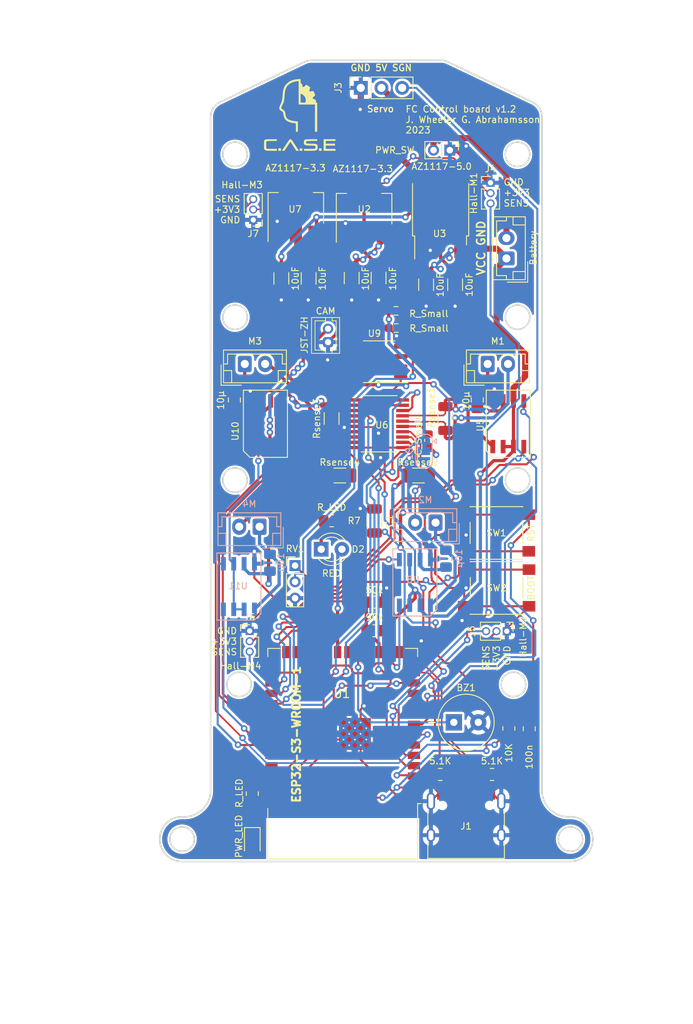
<source format=kicad_pcb>
(kicad_pcb (version 20221018) (generator pcbnew)
  (layers (0 "F.Cu" signal) (31 "B.Cu" signal) (34 "B.Paste" user) (35 "F.Paste" user) (36 "B.SilkS" user "B.Silkscreen") (37 "F.SilkS" user "F.Silkscreen") (38 "B.Mask" user) (39 "F.Mask" user) (44 "Edge.Cuts" user))
  (net 0 "")
  (net 1 "GNDREF")
  (net 2 "VCC")
  (net 3 "+3V3")
  (net 4 "Net-(BT1--)")
  (net 5 "+5V")
  (net 6 "/USB_D+")
  (net 7 "/USB_D-")
  (net 8 "Net-(D1-K)")
  (net 9 "Net-(J1-CC1)")
  (net 11 "Net-(J1-CC2)")
  (net 13 "Net-(JP1-C)")
  (net 14 "Net-(U6-VS)")
  (net 17 "Net-(M2-+)")
  (net 18 "/in-1")
  (net 19 "/M1_sense")
  (net 20 "/M2_sense")
  (net 26 "Net-(D2-K)")
  (net 28 "/REV_1")
  (net 29 "/FWR_1")
  (net 33 "/Servo")
  (net 35 "/M3_sense")
  (net 36 "/ADC1_8")
  (net 37 "/EN")
  (net 38 "/ADC1_9")
  (net 39 "/M4_sense")
  (net 40 "Net-(U6-REF1)")
  (net 41 "/in+1")
  (net 42 "/IO0")
  (net 43 "Net-(U9A-+)")
  (net 45 "Net-(M1-+)")
  (net 46 "/in-2")
  (net 47 "Net-(M3-+)")
  (net 48 "/in-3")
  (net 49 "Net-(M4-+)")
  (net 50 "/in-4")
  (net 51 "/in+2")
  (net 52 "/in+3")
  (net 53 "/in+4")
  (net 54 "/REV_4")
  (net 55 "/FWR_4")
  (net 56 "/REV_3")
  (net 57 "/FWR_3")
  (net 58 "/REV_2")
  (net 59 "/FWR_2")
  (net 60 "/BUZZER_PIN")
  (net 61 "/Hall_effect_1")
  (net 62 "/Hall_effect_2")
  (net 63 "/Hall_effect_4")
  (net 64 "/Hall_effect_3")
  (net 65 "/TAIL_LED")
  (footprint "Capacitor_SMD:C_1206_3216Metric" (layer "F.Cu") (at 194.956 126.462 90)
    (fp_text reference "C7" hide)
    (fp_text value "10uF")
  )
  (footprint "Connector_JST:JST_EH_B2B-EH-A_1x02_P2.50mm_Vertical" (layer "F.Cu") (at 220.289599 136.9595)
    (fp_text reference "M1")
    (fp_text value "Motor_DC_ALT")
  )
  (footprint "Capacitor_SMD:C_1206_3216Metric" (layer "F.Cu") (at 206.39 156.235 -90)
    (fp_text reference "C1")
    (fp_text value "C")
  )
  (footprint "Capacitor_SMD:C_0805_2012Metric_Pad1.18x1.45mm_HandSolder" (layer "F.Cu") (at 225.39 181.7475 90)
    (fp_text reference "C4" hide)
    (fp_text value "100n")
  )
  (footprint "Capacitor_SMD:C_0805_2012Metric_Pad1.18x1.45mm_HandSolder" (layer "F.Cu") (at 189.19 141.3825 -90)
    (fp_text reference "C13" hide)
    (fp_text value "10µ")
  )
  (footprint "Package_TO_SOT_SMD:SOT-223-3_TabPin2" (layer "F.Cu") (at 196.734 117.826 90)
    (fp_text reference "U7")
    (fp_text value "AZ1117-3.3")
  )
  (footprint "Connector_PinHeader_1.27mm:PinHeader_1x03_P1.27mm_Vertical" (layer "F.Cu") (at 191.066139 169.735389)
    (fp_text reference "J6")
    (fp_text value "Hall-M4")
  )
  (footprint "Package_TO_SOT_SMD:TO-252-2" (layer "F.Cu") (at 214.514 117.928 90)
    (fp_text reference "U3")
    (fp_text value "AZ1117-5.0")
  )
  (footprint "Resistor_SMD:R_0805_2012Metric_Pad1.20x1.40mm_HandSolder" (layer "F.Cu") (at 214.465 187.36 180)
    (fp_text reference "R2" hide)
    (fp_text value "5.1K")
  )
  (footprint "LED_SMD:LED_0805_2012Metric_Pad1.15x1.40mm_HandSolder" (layer "F.Cu") (at 191.39 195.742 -90)
    (fp_text reference "D1" hide)
    (fp_text value "PWR_LED")
  )
  (footprint "Capacitor_SMD:C_1206_3216Metric" (layer "F.Cu") (at 198.306 126.462 90)
    (fp_text reference "C8" hide)
    (fp_text value "10uF")
  )
  (footprint "Capacitor_SMD:C_1206_3216Metric" (layer "F.Cu") (at 212.735 127.233 90)
    (fp_text reference "C5" hide)
    (fp_text value "10uF")
  )
  (footprint "Package_SO:SOIC-8-1EP_3.9x4.9mm_P1.27mm_EP2.514x3.2mm" (layer "F.Cu") (at 206.97 136.686 180)
    (fp_text reference "U9")
    (fp_text value "LM358_DFN")
  )
  (footprint "Resistor_SMD:R_0805_2012Metric_Pad1.20x1.40mm_HandSolder" (layer "F.Cu") (at 201.14 156.21 180)
    (fp_text reference "R7")
    (fp_text value "R_LED")
  )
  (footprint "Resistor_SMD:R_0805_2012Metric_Pad1.20x1.40mm_HandSolder" (layer "F.Cu") (at 220.815 187.36)
    (fp_text reference "R3" hide)
    (fp_text value "5.1K")
  )
  (footprint "Connector_PinHeader_2.00mm:PinHeader_1x03_P2.00mm_Vertical" (layer "F.Cu") (at 196.64 161.71)
    (fp_text reference "RV1")
    (fp_text value "R_Potentiometer_Small" hide)
  )
  (footprint "FC_footprint_library:SOP65P640X120-20N" (layer "F.Cu") (at 206.97 144.306 180)
    (fp_text reference "U6")
    (fp_text value "INA4181A3IPWR")
  )
  (footprint "FC_footprint_library:JST-ZH-2_PIN" (layer "F.Cu") (at 200.39 133.46 90)
    (fp_text reference "J2" hide)
    (fp_text value "CAM")
  )
  (footprint "Resistor_SMD:R_0805_2012Metric_Pad1.20x1.40mm_HandSolder" (layer "F.Cu") (at 222.89 181.71 90)
    (fp_text reference "R4" hide)
    (fp_text value "10K")
  )
  (footprint "Connector_PinHeader_2.00mm:PinHeader_1x02_P2.00mm_Vertical" (layer "F.Cu") (at 215.64 110.71 -90)
    (fp_text reference "SW3" hide)
    (fp_text value "PWR_SW")
  )
  (footprint "Resistor_SMD:R_0805_2012Metric_Pad1.20x1.40mm_HandSolder" (layer "F.Cu") (at 191.39 189.71 -90)
    (fp_text reference "R1" hide)
    (fp_text value "R_LED")
  )
  (footprint "FC_footprint_library:ZXBM5210" (layer "F.Cu") (at 193 144.3035)
    (fp_text reference "U10")
    (fp_text value "ZXBM5210")
  )
  (footprint "Connector_JST:JST_EH_B2B-EH-A_1x02_P2.50mm_Vertical" (layer "F.Cu") (at 190.466 136.9595)
    (fp_text reference "M3")
    (fp_text value "Motor_DC_ALT")
  )
  (footprint "Button_Switch_SMD:SW_Push_1P1T_NO_6x6mm_H9.5mm" (layer "F.Cu") (at 221.39 164.46 180)
    (fp_text reference "SW2")
    (fp_text value "BOOT")
  )
  (footprint "Connector_PinHeader_1.27mm:PinHeader_1x03_P1.27mm_Vertical" (layer "F.Cu") (at 191.50483 119.269155 180)
    (fp_text reference "J7")
    (fp_text value "Hall-M3")
  )
  (footprint "LOGO" (layer "F.Cu") (at 197.14 105.96)
    (fp_text reference "G***" hide)
    (fp_text value "LOGO" hide)
  )
  (footprint "Buzzer_Beeper:MagneticBuzzer_Kobitone_254-EMB73-RO" (layer "F.Cu") (at 216.14 180.96)
    (fp_text reference "BZ1")
    (fp_text value "AC-703R-P4")
  )
  (footprint "Resistor_SMD:R_1206_3216Metric" (layer "F.Cu") (at 215.098 143.660984 90)
    (fp_text reference "Rsense1" hide)
    (fp_text value "R_Small")
  )
  (footprint "Resistor_SMD:R_0805_2012Metric_Pad1.20x1.40mm_HandSolder" (layer "F.Cu") (at 206.39 169.71 180)
    (fp_text reference "R_bat1" hide)
    (fp_text value "90k")
  )
  (footprint "RF_Module:ESP32-S3-WROOM-1" (layer "F.Cu") (at 202.49 184.836 180)
    (fp_text reference "U1")
    (fp_text value "ESP32-S3-WROOM-1-N8")
  )
  (footprint "Package_TO_SOT_SMD:SOT-223-3_TabPin2" (layer "F.Cu") (at 205.116 117.928 90)
    (fp_text reference "U2")
    (fp_text value "AZ1117-3.3")
  )
  (footprint "Connector_USB:USB_C_Receptacle_HRO_TYPE-C-31-M-12" (layer "F.Cu") (at 217.64 193.77)
    (fp_text reference "J1")
    (fp_text value "USB_C_Receptacle_USB2.0")
  )
  (footprint "Capacitor_SMD:C_1206_3216Metric" (layer "F.Cu") (at 206.894 126.413 90)
    (fp_text reference "C3" hide)
    (fp_text value "10uF")
  )
  (footprint "Resistor_SMD:R_0603_1608Metric_Pad0.98x0.95mm_HandSolder" (layer "F.Cu") (at 209.049465 132.553246 180)
    (fp_text reference "R6" hide)
    (fp_text value "R_Small")
  )
  (footprint "Capacitor_SMD:C_0805_2012Metric_Pad1.18x1.45mm_HandSolder" (layer "F.Cu") (at 219.013599 141.3825 -90)
    (fp_text reference "C12" hide)
    (fp_text value "10µ")
  )
  (footprint "Capacitor_SMD:C_0603_1608Metric" (layer "F.Cu") (at 213.066 146.338 90)
    (fp_text reference "C10" hide)
    (fp_text value "C_Small")
  )
  (footprint "Resistor_SMD:R_0603_1608Metric_Pad0.98x0.95mm_HandSolder" (layer "F.Cu") (at 209.036264 130.441271 180)
    (fp_text reference "R5" hide)
    (fp_text value "R_Small")
  )
  (footprint "Button_Switch_SMD:SW_Push_1P1T_NO_6x6mm_H9.5mm" (layer "F.Cu") (at 221.365 157.71 180)
    (fp_text reference "SW1")
    (fp_text value "RST")
  )
  (footprint "Connector_JST:JST_EH_B2B-EH-A_1x02_P2.50mm_Vertical" (layer "F.Cu") (at 222.596 124.004 90)
    (fp_text reference "BT1" hide)
    (fp_text value "Battery")
  )
  (footprint "FC_footprint_library:ZXBM5210" (layer "F.Cu") (at 222.823599 144.3035)
    (fp_text reference "U5")
    (fp_text value "ZXBM5210")
  )
  (footprint "Connector_PinHeader_1.27mm:PinHeader_1x03_P1.27mm_Vertical" (layer "F.Cu") (at 222.64 169.772678 -90)
    (fp_text reference "J5")
    (fp_text value "Hall-M2")
  )
  (footprint "Capacitor_SMD:C_1206_3216Metric" (layer "F.Cu") (at 216.291 127.233 90)
    (fp_text reference "C6" hide)
    (fp_text value "10uF")
  )
  (footprint "Connector_PinSocket_2.54mm:PinSocket_1x03_P2.54mm_Vertical" (layer "F.Cu") (at 204.709654 103.062644 90)
    (fp_text reference "J3")
    (fp_text value "Servo" hide)
  )
  (footprint "LED_THT:LED_D3.0mm" (layer "F.Cu") (at 199.85 159.71)
    (fp_text reference "D2")
    (fp_text value "RED")
  )
  (footprint "Resistor_SMD:R_1206_3216Metric" (layer "F.Cu") (at 211.796 150.656 180)
    (fp_text reference "Rsense2")
    (fp_text value "R_Small")
  )
  (footprint "Resistor_SMD:R_1206_3216Metric" (layer "F.Cu") (at 201.128 143.660984 90)
    (fp_text reference "Rsense3")
    (fp_text value "R_Small")
  )
  (footprint "Connector_PinHeader_1.27mm:PinHeader_1x03_P1.27mm_Vertical" (layer "F.Cu") (at 220.64 114.71)
    (fp_text reference "J4")
    (fp_text value "Hall-M1")
  )
  (footprint "Resistor_SMD:R_1206_3216Metric" (layer "F.Cu") (at 202.144 150.656)
    (fp_text reference "Rsense4")
    (fp_text value "R_Small")
  )
  (footprint "Resistor_SMD:R_0805_2012Metric_Pad1.20x1.40mm_HandSolder" (layer "F.Cu") (at 206.39 166.21)
    (fp_text reference "R_bat2" hide)
    (fp_text value "50k")
  )
  (footprint "Capacitor_SMD:C_1206_3216Metric" (layer "F.Cu") (at 203.592 126.413 90)
    (fp_text reference "C2" hide)
    (fp_text value "10uF")
  )
  (footprint "Connector_JST:JST_EH_B2B-EH-A_1x02_P2.50mm_Vertical" (layer "B.Cu") (at 213.89 156.441 180)
    (fp_text reference "M2")
    (fp_text value "Motor_DC_ALT")
  )
  (footprint "FC_footprint_library:ZXBM5210" (layer "B.Cu") (at 189.7485 164.285 180)
    (fp_text reference "U11")
    (fp_text value "ZXBM5210")
  )
  (footprint "FC_footprint_library:ZXBM5210" (layer "B.Cu") (at 211.356 163.785 180)
    (fp_text reference "U8")
    (fp_text value "ZXBM5210")
  )
  (footprint "Connector_JST:JST_EH_B2B-EH-A_1x02_P2.50mm_Vertical" (layer "B.Cu") (at 192.2825 156.941 180)
    (fp_text reference "M4")
    (fp_text value "Motor_DC_ALT")
  )
  (footprint "Jumper:SolderJumper-3_P1.3mm_Bridged12_RoundedPad1.0x1.5mm" (layer "B.Cu") (at 212.482 147.646 -90)
    (fp_text reference "JP1")
    (fp_text value "SolderJumper_3_Bridged12")
  )
  (footprint "Capacitor_SMD:C_0805_2012Metric_Pad1.18x1.45mm_HandSolder" (layer "B.Cu") (at 193.5585 161.364 -90)
    (fp_text reference "C14" hide)
    (fp_text value "10µ")
  )
  (footprint "Capacitor_SMD:C_0805_2012Metric_Pad1.18x1.45mm_HandSolder" (layer "B.Cu") (at 215.166 160.864 -90)
    (fp_text reference "C11" hide)
    (fp_text value "10µ")
  )
  (gr_line locked (start 184.920435 191.922927) (end 184.824248 191.992261) (stroke (width 0.2)) (layer "Edge.Cuts"))
  (gr_arc locked (start 197.818249 99.871209) (mid 198.237224 99.726198) (end 198.677853 99.677056) (stroke (width 0.2)) (layer "Edge.Cuts"))
  (gr_arc locked (start 230.316522 192.554527) (mid 233.208793 195.219012) (end 230.480029 198.050709) (stroke (width 0.2)) (layer "Edge.Cuts"))
  (gr_circle locked (center 189.270008 111.220299) (end 190.770008 111.220299) (stroke (width 0.2)) (fill none) (layer "Edge.Cuts"))
  (gr_curve locked (pts (xy 226.96 189.286475) (xy 226.96 189.724879) (xy 227.033374 190.154338) (xy 227.201007 190.559104)) (stroke (width 0.2)) (layer "Edge.Cuts"))
  (gr_curve locked (pts (xy 186.155663 190.186029) (xy 186.2347 189.892441) (xy 186.270008 189.590595) (xy 186.270008 189.286475)) (stroke (width 0.2)) (layer "Edge.Cuts"))
  (gr_arc locked (start 182.749979 198.050709) (mid 180.021224 195.219008) (end 182.913486 192.554527) (stroke (width 0.2)) (layer "Edge.Cuts"))
  (gr_circle locked (center 182.770008 195.300782) (end 184.270008 195.300782) (stroke (width 0.2)) (fill none) (layer "Edge.Cuts"))
  (gr_arc locked (start 214.552155 99.677056) (mid 214.992787 99.726187) (end 215.411759 99.871209) (stroke (width 0.2)) (layer "Edge.Cuts"))
  (gr_circle locked (center 230.46 195.300782) (end 231.96 195.300782) (stroke (width 0.2)) (fill none) (layer "Edge.Cuts"))
  (gr_arc locked (start 230.316522 192.554527) (mid 229.313117 192.436596) (end 228.40576 191.992261) (stroke (width 0.2)) (layer "Edge.Cuts"))
  (gr_line locked (start 228.40576 191.992261) (end 228.309573 191.922927) (stroke (width 0.2)) (layer "Edge.Cuts"))
  (gr_line locked (start 197.818249 99.871209) (end 187.410404 104.825465) (stroke (width 0.2)) (layer "Edge.Cuts"))
  (gr_curve locked (pts (xy 227.646704 191.304157) (xy 227.838651 191.539948) (xy 228.062867 191.745095) (xy 228.309573 191.922927)) (stroke (width 0.2)) (layer "Edge.Cuts"))
  (gr_circle locked (center 223.96 111.220299) (end 225.46 111.220299) (stroke (width 0.2)) (fill none) (layer "Edge.Cuts"))
  (gr_line locked (start 214.552155 99.677056) (end 198.677853 99.677056) (stroke (width 0.2)) (layer "Edge.Cuts"))
  (gr_curve locked (pts (xy 185.811884 190.983253) (xy 185.965498 190.734707) (xy 186.079703 190.468188) (xy 186.155663 190.186029)) (stroke (width 0.2)) (layer "Edge.Cuts"))
  (gr_line locked (start 182.749979 198.050709) (end 230.480029 198.050709) (stroke (width 0.2)) (layer "Edge.Cuts"))
  (gr_arc locked (start 186.270008 106.631311) (mid 186.578972 105.563418) (end 187.410404 104.825465) (stroke (width 0.2)) (layer "Edge.Cuts"))
  (gr_curve locked (pts (xy 184.920435 191.922927) (xy 185.276075 191.666572) (xy 185.581553 191.355926) (xy 185.811884 190.983253)) (stroke (width 0.2)) (layer "Edge.Cuts"))
  (gr_circle locked (center 189.270008 131.220299) (end 190.770008 131.220299) (stroke (width 0.2)) (fill none) (layer "Edge.Cuts"))
  (gr_circle locked (center 223.96 151.220299) (end 225.46 151.220299) (stroke (width 0.2)) (fill none) (layer "Edge.Cuts"))
  (gr_line locked (start 226.96 109.053524) (end 226.96 106.631311) (stroke (width 0.2)) (layer "Edge.Cuts"))
  (gr_line locked (start 186.270008 106.631311) (end 186.270008 109.053524) (stroke (width 0.2)) (layer "Edge.Cuts"))
  (gr_line locked (start 186.270008 109.053524) (end 186.270008 189.286475) (stroke (width 0.2)) (layer "Edge.Cuts"))
  (gr_arc locked (start 184.824248 191.992261) (mid 183.916892 192.436597) (end 182.913486 192.554527) (stroke (width 0.2)) (layer "Edge.Cuts"))
  (gr_circle locked (center 223.96 131.220299) (end 225.46 131.220299) (stroke (width 0.2)) (fill none) (layer "Edge.Cuts"))
  (gr_line locked (start 225.819604 104.825465) (end 215.411759 99.871209) (stroke (width 0.2)) (layer "Edge.Cuts"))
  (gr_line locked (start 226.96 189.286475) (end 226.96 109.053524) (stroke (width 0.2)) (layer "Edge.Cuts"))
  (gr_circle locked (center 189.770008 176.300782) (end 191.270008 176.300782) (stroke (width 0.2)) (fill none) (layer "Edge.Cuts"))
  (gr_curve locked (pts (xy 227.201007 190.559104) (xy 227.312806 190.829055) (xy 227.462229 191.077547) (xy 227.646704 191.304157)) (stroke (width 0.2)) (layer "Edge.Cuts"))
  (gr_circle locked (center 189.270008 151.220299) (end 190.770008 151.220299) (stroke (width 0.2)) (fill none) (layer "Edge.Cuts"))
  (gr_arc locked (start 225.819604 104.825465) (mid 226.651036 105.563418) (end 226.96 106.631311) (stroke (width 0.2)) (layer "Edge.Cuts"))
  (gr_circle locked (center 223.46 176.300782) (end 224.96 176.300782) (stroke (width 0.2)) (fill none) (layer "Edge.Cuts"))
  (gr_text "GND\n+3V3\nSENS" (at 222.183502 117.689866) (layer "F.SilkS") (effects (font (size 0.8 0.8) (thickness 0.125)) (justify left bottom)))
  (gr_text "GND 5V SGN" (at 203.361103 101.071119) (layer "F.SilkS") (effects (font (size 0.8 0.8) (thickness 0.15) bold) (justify left bottom)))
  (gr_text "SENS\n+3V3\nGND" (at 189.978196 119.748246) (layer "F.SilkS") (effects (font (size 0.8 0.8) (thickness 0.125)) (justify right bottom)))
  (gr_text "Servo" (at 205.39 106.11) (layer "F.SilkS") (effects (font (size 0.8 0.8) (thickness 0.15) bold) (justify left bottom)))
  (gr_text "VCC GND" (at 220.060932 126.183363 90) (layer "F.SilkS") (effects (font (size 1 1) (thickness 0.2) bold) (justify left bottom)))
  (gr_text "SENS\n+3V3\nGND" (at 223.14 171.46 90) (layer "F.SilkS") (effects (font (size 0.8 0.8) (thickness 0.125)) (justify right bottom)))
  (gr_text "GND\n+3V3\nSENS" (at 189.589189 172.782052) (layer "F.SilkS") (effects (font (size 0.8 0.8) (thickness 0.125)) (justify right bottom)))
  (gr_text "ESP32-S3-WROOM-1" (at 197.39 190.96 90) (layer "F.SilkS") (effects (font (size 1 1) (thickness 0.25) bold) (justify left bottom)))
  (gr_text "FC Control board v1.2\nJ. Wheeler G. Abrahamsson\n2023" (at 210.14 106.96) (layer "F.SilkS") (effects (font (size 0.8 0.8) (thickness 0.125)) (justify left)))
  (gr_text "JST-ZH\n" (at 198.261553 135.781512 90) (layer "F.SilkS") (effects (font (size 0.8 0.8) (thickness 0.125)) (justify left bottom)))
  (segment (start 192.776 190.096) (end 191.39 188.71) (width 0.25) (layer "F.Cu") (net 1))
  (segment (start 217.415 166.71) (end 217.415 164.685) (width 0.25) (layer "F.Cu") (net 1))
  (segment (start 217.64 164.46) (end 215.614695 164.46) (width 0.25) (layer "F.Cu") (net 1))
  (segment (start 204.709654 103.062644) (end 204.709654 105.640346) (width 0.75) (layer "F.Cu") (net 1))
  (segment (start 217.39 159.96) (end 217.39 158.21) (width 0.25) (layer "F.Cu") (net 1))
  (segment (start 217.415 166.71) (end 225.365 166.71) (width 0.25) (layer "F.Cu") (net 1))
  (segment (start 216.291 128.708) (end 216.291 129.865) (width 0.25) (layer "F.Cu") (net 1))
  (segment (start 214.235 189.725) (end 213.32 190.64) (width 0.25) (layer "F.Cu") (net 1))
  (segment (start 215.64 110.71) (end 217.14 110.71) (width 0.75) (layer "F.Cu") (net 1))
  (segment (start 208.865001 151.235) (end 208.38086 151.235) (width 0.25) (layer "F.Cu") (net 1))
  (segment (start 192.708 119.25) (end 194.434 120.976) (width 0.2) (layer "F.Cu") (net 1))
  (segment (start 212.735 128.708) (end 212.735 129.865) (width 0.25) (layer "F.Cu") (net 1))
  (segment (start 202.801834 144.631) (end 204.1 144.631) (width 0.2) (layer "F.Cu") (net 1))
  (segment (start 204.709654 105.640346) (end 204.64 105.71) (width 0.75) (layer "F.Cu") (net 1))
  (segment (start 207.64 150.49414) (end 207.64 148.96) (width 0.25) (layer "F.Cu") (net 1))
  (segment (start 191.64 159.96) (end 191.64 163.235305) (width 0.25) (layer "F.Cu") (net 1))
  (segment (start 213.128316 158.793477) (end 213.961793 157.96) (width 0.25) (layer "F.Cu") (net 1))
  (segment (start 191.64 163.235305) (end 194.114695 165.71) (width 0.25) (layer "F.Cu") (net 1))
  (segment (start 207.64 148.96) (end 207.14 148.46) (width 0.25) (layer "F.Cu") (net 1))
  (segment (start 213.84 159.505161) (end 213.128316 158.793477) (width 0.25) (layer "F.Cu") (net 1))
  (segment (start 221.805 190.64) (end 220.89 189.725) (width 0.25) (layer "F.Cu") (net 1))
  (segment (start 213.465 187.36) (end 213.89 187.785) (width 0.25) (layer "F.Cu") (net 1))
  (segment (start 194.434 119.466) (end 194.448 119.452) (width 0.25) (layer "F.Cu") (net 1))
  (segment (start 191.64 119.25) (end 192.708 119.25) (width 0.2) (layer "F.Cu") (net 1))
  (segment (start 200.69 136.41) (end 200.64 136.46) (width 0.4) (layer "F.Cu") (net 1))
  (segment (start 217.415 166.71) (end 217.415 168.185) (width 0.25) (layer "F.Cu") (net 1))
  (segment (start 215.614695 164.46) (end 213.84 162.685305) (width 0.25) (layer "F.Cu") (net 1))
  (segment (start 215.64 110.71) (end 216.64 110.71) (width 0.75) (layer "F.Cu") (net 1))
  (segment (start 202.816 121.078) (end 202.816 119.72) (width 0.25) (layer "F.Cu") (net 1))
  (segment (start 221.815 186.36) (end 225.39 182.785) (width 0.25) (layer "F.Cu") (net 1))
  (segment (start 221.96 190.64) (end 221.96 194.82) (width 0.25) (layer "F.Cu") (net 1))
  (segment (start 210.660935 148.54773) (end 209.318497 149.890168) (width 0.25) (layer "F.Cu") (net 1))
  (segment (start 191.095 141.5035) (end 191.095 140.331) (width 0.25) (layer "F.Cu") (net 1))
  (segment (start 209.318497 149.890168) (end 209.318497 150.781503) (width 0.25) (layer "F.Cu") (net 1))
  (segment (start 204.69 185.535305) (end 204.69 183.776) (width 0.25) (layer "F.Cu") (net 1))
  (segment (start 209.6075 134.023781) (end 209.092859 133.509141) (width 0.25) (layer "F.Cu") (net 1))
  (segment (start 213.961793 157.96) (end 217.64 157.96) (width 0.25) (layer "F.Cu") (net 1))
  (segment (start 198.306 129.056) (end 198.258 129.104) (width 0.25) (layer "F.Cu") (net 1))
  (segment (start 203.592 131.383) (end 203.592 129.104) (width 0.4) (layer "F.Cu") (net 1))
  (segment (start 191.066139 168.758556) (end 194.114695 165.71) (width 0.2) (layer "F.Cu") (net 1))
  (segment (start 220.918599 140.225401) (end 221.118 140.026) (width 0.25) (layer "F.Cu") (net 1))
  (segment (start 213.204 122.968) (end 213.244 123.008) (width 0.25) (layer "F.Cu") (net 1))
  (segment (start 200.69 134.285) (end 203.592 131.383) (width 0.4) (layer "F.Cu") (net 1))
  (segment (start 220.918599 141.5035) (end 220.918599 140.225401) (width 0.25) (layer "F.Cu") (net 1))
  (segment (start 213.89 187.785) (end 213.89 189.225) (width 0.25) (layer "F.Cu") (net 1))
  (segment (start 211.24 190.096) (end 209.250695 190.096) (width 0.25) (layer "F.Cu") (net 1))
  (segment (start 222.64 169.435) (end 225.365 166.71) (width 0.2) (layer "F.Cu") (net 1))
  (segment (start 216.291 129.865) (end 216.292 129.866) (width 0.25) (layer "F.Cu") (net 1))
  (segment (start 207.39 164.96) (end 207.89 164.46) (width 0.4) (layer "F.Cu") (net 1))
  (segment (start 216.64 110.71) (end 220.64 114.71) (width 0.75) (layer "F.Cu") (net 1))
  (segment (start 209.092859 133.509141) (end 208.136965 132.553246) (width 0.25) (layer "F.Cu") (net 1))
  (segment (start 193.74 190.096) (end 192.776 190.096) (width 0.25) (layer "F.Cu") (net 1))
  (segment (start 191.095 140.331) (end 191.146 140.28) (width 0.25) (layer "F.Cu") (net 1))
  (segment (start 209.250695 190.096) (end 204.69 185.535305) (width 0.25) (layer "F.Cu") (net 1))
  (segment (start 202.816 119.72) (end 202.83 119.706) (width 0.25) (layer "F.Cu") (net 1))
  (segment (start 201.76 183.076) (end 202.59 183.076) (width 0.25) (layer "F.Cu") (net 1))
  (segment (start 200.69 134.285) (end 200.69 136.41) (width 0.4) (layer "F.Cu") (net 1))
  (segment (start 217.39 158.21) (end 217.64 157.96) (width 0.25) (layer "F.Cu") (net 1))
  (segment (start 193.74 190.096) (end 194.74 190.096) (width 0.25) (layer "F.Cu") (net 1))
  (segment (start 211.784 190.64) (end 211.24 190.096) (width 0.25) (layer "F.Cu") (net 1))
  (segment (start 194.114695 165.71) (end 196.64 165.71) (width 0.25) (layer "F.Cu") (net 1))
  (segment (start 217.14 110.71) (end 217.64 110.21) (width 0.75) (layer "F.Cu") (net 1))
  (segment (start 206.89 145.46) (end 206.14 144.71) (width 0.2) (layer "F.Cu") (net 1))
  (segment (start 217.415 168.185) (end 217.14 168.46) (width 0.25) (layer "F.Cu") (net 1))
  (segment (start 208.38086 151.235) (end 207.64 150.49414) (width 0.25) (layer "F.Cu") (net 1))
  (segment (start 206.894 127.888) (end 206.894 129.104) (width 0.25) (layer "F.Cu") (net 1))
  (segment (start 206.14 144.71) (end 204.179 144.71) (width 0.2) (layer "F.Cu") (net 1))
  (segment (start 209.318497 150.781503) (end 208.865001 151.235) (width 0.25) (layer "F.Cu") (net 1))
  (segment (start 204.69 179.372201) (end 204.69 180.976) (width 0.25) (layer "F.Cu") (net 1))
  (segment (start 194.74 190.096) (end 201.76 183.076) (width 0.25) (layer "F.Cu") (net 1))
  (segment (start 209.6075 134.781) (end 209.6075 134.023781) (width 0.25) (layer "F.Cu") (net 1))
  (segment (start 213.84 162.685305) (end 213.84 159.505161) (width 0.25) (layer "F.Cu") (net 1))
  (segment (start 191.066139 169.735389) (end 191.066139 168.758556) (width 0.2) (layer "F.Cu") (net 1))
  (segment (start 221.815 187.36) (end 220.89 188.285) (width 0.25) (layer "F.Cu") (net 1))
  (segment (start 214.39 189.725) (end 214.235 189.725) (width 0.25) (layer "F.Cu") (net 1))
  (segment (start 217.415 164.685) (end 217.64 164.46) (width 0.25) (layer "F.Cu") (net 1))
  (segment (start 220.89 188.285) (end 220.89 189.725) (width 0.25) (layer "F.Cu") (net 1))
  (segment (start 221.815 187.36) (end 221.815 186.36) (width 0.25) (layer "F.Cu") (net 1))
  (segment (start 212.735 129.865) (end 212.736 129.866) (width 0.25) (layer "F.Cu") (net 1))
  (segment (start 207.39 166.21) (end 207.39 164.96) (width 0.4) (layer "F.Cu") (net 1))
  (segment (start 203.14 156.21) (end 204.64 154.71) (width 0.4) (layer "F.Cu") (net 1))
  (segment (start 202.681334 144.7515) (end 202.801834 144.631) (width 0.2) (layer "F.Cu") (net 1))
  (segment (start 204.69 154.76) (end 204.64 154.71) (width 0.25) (layer "F.Cu") (net 1))
  (segment (start 206.39 154.76) (end 204.69 154.76) (width 0.25) (layer "F.Cu") (net 1))
  (segment (start 221.96 190.64) (end 221.805 190.64) (width 0.25) (layer "F.Cu") (net 1))
  (segment (start 204.179 144.71) (end 204.1 144.631) (width 0.2) (layer "F.Cu") (net 1))
  (segment (start 203.592 127.888) (end 203.592 129.104) (width 0.25) (layer "F.Cu") (net 1))
  (segment (start 213.89 189.225) (end 214.39 189.725) (width 0.25) (layer "F.Cu") (net 1))
  (segment (start 206.894 127.888) (end 203.592 127.888) (width 0.25) (layer "F.Cu") (net 1))
  (segment (start 213.32 194.82) (end 221.96 194.82) (width 0.25) (layer "F.Cu") (net 1))
  (segment (start 198.306 127.937) (end 198.306 129.056) (width 0.25) (layer "F.Cu") (net 1))
  (segment (start 225.34 159.96) (end 217.39 159.96) (width 0.25) (layer "F.Cu") (net 1))
  (segment (start 222.64 169.772678) (end 222.64 169.435) (width 0.2) (layer "F.Cu") (net 1))
  (segment (start 194.956 127.937) (end 194.956 129.104) (width 0.25) (layer "F.Cu") (net 1))
  (segment (start 205.1145 178.947701) (end 204.69 179.372201) (width 0.25) (layer "F.Cu") (net 1))
  (segment (start 194.434 120.976) (end 194.434 119.466) (width 0.25) (layer "F.Cu") (net 1))
  (segment (start 212.234 122.968) (end 213.204 122.968) (width 0.25) (layer "F.Cu") (net 1))
  (segment (start 202.14 156.21) (end 203.14 156.21) (width 0.4) (layer "F.Cu") (net 1))
  (segment (start 213.32 190.64) (end 213.32 194.82) (width 0.25) (layer "F.Cu") (net 1))
  (segment (start 213.32 190.64) (end 211.784 190.64) (width 0.25) (layer "F.Cu") (net 1))
  (via (at 212.736 129.866) (size 0.8) (drill 0.4) (layers "F.Cu" "B.Cu") (net 1))
  (via (at 204.64 105.71) (size 0.8) (drill 0.4) (layers "F.Cu" "B.Cu") (net 1))
  (via (at 200.64 136.46) (size 0.8) (drill 0.4) (layers "F.Cu" "B.Cu") (net 1))
  (via (at 204.64 154.71) (size 0.8) (drill 0.4) (layers "F.Cu" "B.Cu") (net 1))
  (via (at 213.128316 158.793477) (size 0.8) (drill 0.4) (layers "F.Cu" "B.Cu") (net 1))
  (via (at 207.89 164.46) (size 0.8) (drill 0.4) (layers "F.Cu" "B.Cu") (net 1))
  (via (at 203.592 129.104) (size 0.8) (drill 0.4) (layers "F.Cu" "B.Cu") (net 1))
  (via (at 217.64 110.21) (size 0.8) (drill 0.4) (layers "F.Cu" "B.Cu") (net 1))
  (via (at 217.14 168.46) (size 0.8) (drill 0.4) (layers "F.Cu" "B.Cu") (net 1))
  (via (at 206.89 145.46) (size 0.8) (drill 0.4) (layers "F.Cu" "B.Cu") (net 1))
  (via (at 191.64 159.96) (size 0.8) (drill 0.4) (layers "F.Cu" "B.Cu") (net 1))
  (via (at 210.660935 148.54773) (size 0.8) (drill 0.4) (layers "F.Cu" "B.Cu") (net 1))
  (via (at 221.118 140.026) (size 0.8) (drill 0.4) (layers "F.Cu" "B.Cu") (net 1))
  (via (at 209.092859 133.509141) (size 0.8) (drill 0.4) (layers "F.Cu" "B.Cu") (net 1))
  (via (at 205.1145 178.947701) (size 0.8) (drill 0.4) (layers "F.Cu" "B.Cu") (net 1))
  (via (at 206.894 129.104) (size 0.8) (drill 0.4) (layers "F.Cu" "B.Cu") (net 1))
  (via (at 194.448 119.452) (size 0.8) (drill 0.4) (layers "F.Cu" "B.Cu") (net 1))
  (via (at 217.64 157.96) (size 0.8) (drill 0.4) (layers "F.Cu" "B.Cu") (net 1))
  (via (at 212.14 170.96) (size 0.8) (drill 0.4) (layers "F.Cu" "B.Cu") (net 1))
  (via (at 194.956 129.104) (size 0.8) (drill 0.4) (layers "F.Cu" "B.Cu") (net 1))
  (via (at 207.14 148.46) (size 0.8) (drill 0.4) (layers "F.Cu" "B.Cu") (net 1))
  (via (at 216.292 129.866) (size 0.8) (drill 0.4) (layers "F.Cu" "B.Cu") (net 1))
  (via (at 191.146 140.28) (size 0.8) (drill 0.4) (layers "F.Cu" "B.Cu") (net 1))
  (via (at 202.681334 144.7515) (size 0.8) (drill 0.4) (layers "F.Cu" "B.Cu") (net 1))
  (via (at 213.244 123.008) (size 0.8) (drill 0.4) (layers "F.Cu" "B.Cu") (net 1))
  (via (at 202.83 119.706) (size 0.8) (drill 0.4) (layers "F.Cu" "B.Cu") (net 1))
  (via (at 198.258 129.104) (size 0.8) (drill 0.4) (layers "F.Cu" "B.Cu") (net 1))
  (via (at 217.64 164.46) (size 0.8) (drill 0.4) (layers "F.Cu" "B.Cu") (net 1))
  (segment (start 205.915 175.185) (end 209.190305 175.185) (width 0.25) (layer "B.Cu") (net 1))
  (segment (start 209.190305 175.185) (end 212.14 172.235305) (width 0.25) (layer "B.Cu") (net 1))
  (segment (start 212.14 172.235305) (end 212.14 170.96) (width 0.25) (layer "B.Cu") (net 1))
  (segment (start 191.6535 160.4735) (end 191.64 159.96) (width 0.25) (layer "B.Cu") (net 1))
  (segment (start 210.660935 149.980935) (end 210.660935 148.54773) (width 0.25) (layer "B.Cu") (net 1))
  (segment (start 213.261 158.926161) (end 213.261 160.985) (width 0.25) (layer "B.Cu") (net 1))
  (segment (start 195.21 129.104) (end 195.464 128.85) (width 0.25) (layer "B.Cu") (net 1))
  (segment (start 205.1145 178.947701) (end 205.1145 175.9855) (width 0.25) (layer "B.Cu") (net 1))
  (segment (start 212.715 158.035) (end 212.64 157.96) (width 0.25) (layer "B.Cu") (net 1))
  (segment (start 191.64 159.96) (end 191.64 160.46) (width 0.25) (layer "B.Cu") (net 1))
  (segment (start 213.128316 158.793477) (end 213.261 158.926161) (width 0.25) (layer "B.Cu") (net 1))
  (segment (start 213.128316 158.793477) (end 212.715 158.380161) (width 0.25) (layer "B.Cu") (net 1))
  (segment (start 212.715 158.380161) (end 212.715 158.035) (width 0.25) (layer "B.Cu") (net 1))
  (segment (start 194.956 129.104) (end 195.21 129.104) (width 0.25) (layer "B.Cu") (net 1))
  (segment (start 205.1145 175.9855) (end 205.915 175.185) (width 0.25) (layer "B.Cu") (net 1))
  (segment (start 191.6535 161.485) (end 191.6535 160.4735) (width 0.25) (layer "B.Cu") (net 1))
  (segment (start 204.490498 124.160498) (end 204.985834 124.160498) (width 0.4) (layer "F.Cu") (net 2))
  (segment (start 204.985834 124.160498) (end 204.369502 124.160498) (width 0.4) (layer "F.Cu") (net 2))
  (segment (start 223.458599 140.733401) (end 223.458599 141.5035) (width 0.4) (layer "F.Cu") (net 2))
  (segment (start 207.416 121.978) (end 206.894 122.5) (width 0.4) (layer "F.Cu") (net 2))
  (segment (start 204.1 123.77) (end 204.1 124.43) (width 0.4) (layer "F.Cu") (net 2))
  (segment (start 192.14 147.3285) (end 192.365 147.1035) (width 0.25) (layer "F.Cu") (net 2))
  (segment (start 221.39 125.21) (end 221.39 132.21) (width 0.75) (layer "F.Cu") (net 2))
  (segment (start 192.365 147.1035) (end 193.635 147.1035) (width 0.4) (layer "F.Cu") (net 2))
  (segment (start 196.48 137.994) (end 196.988 137.486) (width 0.4) (layer "F.Cu") (net 2))
  (segment (start 207.416 121.078) (end 212.096 125.758) (width 0.4) (layer "F.Cu") (net 2))
  (segment (start 193.5555 143.836) (end 193.5555 147.024) (width 0.4) (layer "F.Cu") (net 2))
  (segment (start 224.89 138.478) (end 223.458599 139.909401) (width 0.75) (layer "F.Cu") (net 2))
  (segment (start 216.754 123.008) (end 216.794 122.968) (width 0.4) (layer "F.Cu") (net 2))
  (segment (start 212.78 125.758) (end 213.752 124.786) (width 0.4) (layer "F.Cu") (net 2))
  (segment (start 212.096 125.758) (end 212.735 125.758) (width 0.4) (layer "F.Cu") (net 2))
  (segment (start 216.956878 122.805122) (end 216.794 122.968) (width 0.75) (layer "F.Cu") (net 2))
  (segment (start 222.596 124.004) (end 221.39 125.21) (width 0.75) (layer "F.Cu") (net 2))
  (segment (start 221.39 132.21) (end 224.89 135.71) (width 0.75) (layer "F.Cu") (net 2))
  (segment (start 223.458599 147.6285) (end 222.257562 148.829537) (width 0.4) (layer "F.Cu") (net 2))
  (segment (start 196.988 137.486) (end 197.496 136.978) (width 0.4) (layer "F.Cu") (net 2))
  (segment (start 206.894 122.5) (end 206.386 123.008) (width 0.4) (layer "F.Cu") (net 2))
  (segment (start 207.416 121.078) (end 207.416 121.978) (width 0.4) (layer "F.Cu") (net 2))
  (segment (start 197.64 130.89) (end 197.64 136.834) (width 0.4) (layer "F.Cu") (net 2))
  (segment (start 193.635 142.0285) (end 192.365 143.2985) (width 0.4) (layer "F.Cu") (net 2))
  (segment (start 204.369502 124.160498) (end 203.592 124.938) (width 0.4) (layer "F.Cu") (net 2))
  (segment (start 212.735 125.758) (end 212.78 125.758) (width 0.4) (layer "F.Cu") (net 2))
  (segment (start 223.458599 147.1035) (end 223.458599 147.6285) (width 0.4) (layer "F.Cu") (net 2))
  (segment (start 192.14 148.862783) (end 192.14 147.3285) (width 0.25) (layer "F.Cu") (net 2))
  (segment (start 221.397122 122.805122) (end 216.956878 122.805122) (width 0.75) (layer "F.Cu") (net 2))
  (segment (start 193.635 141.5035) (end 193.635 142.0285) (width 0.4) (layer "F.Cu") (net 2))
  (segment (start 204.1 124.43) (end 203.592 124.938) (width 0.4) (layer "F.Cu") (net 2))
  (segment (start 192.365 143.2985) (end 192.365 147.1035) (width 0.4) (layer "F.Cu") (net 2))
  (segment (start 223.458599 147.1035) (end 222.188599 147.1035) (width 0.4) (layer "F.Cu") (net 2))
  (segment (start 204.1 123.77) (end 204.490498 124.160498) (width 0.4) (layer "F.Cu") (net 2))
  (segment (start 206.386 123.008) (end 206.386 123.262) (width 0.4) (layer "F.Cu") (net 2))
  (segment (start 215.784 123.008) (end 216.754 123.008) (width 0.4) (layer "F.Cu") (net 2))
  (segment (start 222.596 124.004) (end 221.397122 122.805122) (width 0.75) (layer "F.Cu") (net 2))
  (segment (start 197.64 136.834) (end 197.496 136.978) (width 0.4) (layer "F.Cu") (net 2))
  (segment (start 203.592 124.938) (end 197.64 130.89) (width 0.4) (layer "F.Cu") (net 2))
  (segment (start 222.257562 148.829537) (end 221.020463 148.829537) (width 0.4) (layer "F.Cu") (net 2))
  (segment (start 223.458599 139.909401) (end 223.458599 141.5035) (width 0.75) (layer "F.Cu") (net 2))
  (segment (start 224.89 135.71) (end 224.89 138.478) (width 0.75) (layer "F.Cu") (net 2))
  (segment (start 207.39 169.71) (end 211.39 165.71) (width 0.4) (layer "F.Cu") (net 2))
  (segment (start 211.39 165.71) (end 211.39 164.71) (width 0.4) (layer "F.Cu") (net 2))
  (segment (start 193.5555 147.024) (end 193.635 147.1035) (width 0.4) (layer "F.Cu") (net 2))
  (segment (start 223.458599 141.5035) (end 223.458599 147.1035) (width 0.4) (layer "F.Cu") (net 2))
  (segment (start 221.020463 148.829537) (end 219.39 150.46) (width 0.4) (layer "F.Cu") (net 2))
  (via (at 193.5555 145.36) (size 0.8) (drill 0.4) (layers "F.Cu" "B.Cu") (net 2))
  (via (at 196.48 137.994) (size 0.8) (drill 0.4) (layers "F.Cu" "B.Cu") (net 2))
  (via (at 204.985834 124.160498) (size 0.8) (drill 0.4) (layers "F.Cu" "B.Cu") (net 2))
  (via (at 211.39 164.71) (size 0.8) (drill 0.4) (layers "F.Cu" "B.Cu") (net 2))
  (via (at 213.752 124.786) (size 0.8) (drill 0.4) (layers "F.Cu" "B.Cu") (net 2))
  (via (at 206.386 123.262) (size 0.8) (drill 0.4) (layers "F.Cu" "B.Cu") (net 2))
  (via (at 196.988 137.486) (size 0.8) (drill 0.4) (layers "F.Cu" "B.Cu") (net 2))
  (via (at 214.514 125.294) (size 0.8) (drill 0.4) (layers "F.Cu" "B.Cu") (net 2))
  (via (at 204.1 123.77) (size 0.8) (drill 0.4) (layers "F.Cu" "B.Cu") (net 2))
  (via (at 215.784 123.008) (size 0.8) (drill 0.4) (layers "F.Cu" "B.Cu") (net 2))
  (via (at 193.5555 143.836) (size 0.8) (drill 0.4) (layers "F.Cu" "B.Cu") (net 2))
  (via (at 215.608832 123.945168) (size 0.8) (drill 0.4) (layers "F.Cu" "B.Cu") (net 2))
  (via (at 206.894 122.5) (size 0.8) (drill 0.4) (layers "F.Cu" "B.Cu") (net 2))
  (via (at 192.14 148.862783) (size 0.8) (drill 0.4) (layers "F.Cu" "B.Cu") (net 2))
  (via (at 219.39 150.46) (size 0.8) (drill 0.4) (layers "F.Cu" "B.Cu") (net 2))
  (via (at 197.496 136.978) (size 0.8) (drill 0.4) (layers "F.Cu" "B.Cu") (net 2))
  (via (at 193.5555 144.598) (size 0.8) (drill 0.4) (layers "F.Cu" "B.Cu") (net 2))
  (segment (start 189.1135 167.085) (end 189.1135 161.485) (width 0.25) (layer "B.Cu") (net 2))
  (segment (start 219.39 163.841371) (end 215.321371 167.91) (width 0.4) (layer "B.Cu") (net 2))
  (segment (start 193.5555 145.36) (end 193.5555 144.598) (width 0.4) (layer "B.Cu") (net 2))
  (segment (start 211.39 164.71) (end 210.721 165.379) (width 0.4) (layer "B.Cu") (net 2))
  (segment (start 189.1135 161.485) (end 188.6075 160.979) (width 0.25) (layer "B.Cu") (net 2))
  (segment (start 215.321371 167.91) (end 212.791 167.91) (width 0.4) (layer "B.Cu") (net 2))
  (segment (start 215.784 123.008) (end 215.608832 123.183168) (width 0.4) (layer "B.Cu") (net 2))
  (segment (start 214.514 125.294) (end 214.26 125.294) (width 0.4) (layer "B.Cu") (net 2))
  (segment (start 188.6075 160.979) (end 188.6075 154.9925) (width 0.25) (layer "B.Cu") (net 2))
  (segment (start 193.5555 144.598) (end 193.5555 143.836) (width 0.4) (layer "B.Cu") (net 2))
  (segment (start 210.721 160.985) (end 210.721 164.041) (width 0.4) (layer "B.Cu") (net 2))
  (segment (start 204.985834 124.160498) (end 205.884332 123.262) (width 0.4) (layer "B.Cu") (net 2))
  (segment (start 215.608832 123.183168) (end 215.608832 123.945168) (width 0.4) (layer "B.Cu") (net 2))
  (segment (start 212.791 167.91) (end 211.991 167.11) (width 0.4) (layer "B.Cu") (net 2))
  (segment (start 215.784 123.008) (end 214.006 124.786) (width 0.4) (layer "B.Cu") (net 2))
  (segment (start 192.14 151.46) (end 192.14 148.862783) (width 0.25) (layer "B.Cu") (net 2))
  (segment (start 214.006 124.786) (end 213.752 124.786) (width 0.4) (layer "B.Cu") (net 2))
  (segment (start 193.5555 143.836) (end 193.5555 140.9185) (width 0.4) (layer "B.Cu") (net 2))
  (segment (start 196.48 137.994) (end 197.496 136.978) (width 0.4) (layer "B.Cu") (net 2))
  (segment (start 211.991 166.585) (end 211.991 165.311) (width 0.4) (layer "B.Cu") (net 2))
  (segment (start 219.39 150.46) (end 219.39 163.841371) (width 0.4) (layer "B.Cu") (net 2))
  (segment (start 214.26 125.294) (end 213.752 124.786) (width 0.4) (layer "B.Cu") (net 2))
  (segment (start 189.1135 167.085) (end 190.3835 167.085) (width 0.25) (layer "B.Cu") (net 2))
  (segment (start 193.5555 140.9185) (end 196.226 138.248) (width 0.4) (layer "B.Cu") (net 2))
  (segment (start 211.991 167.11) (end 211.991 166.585) (width 0.4) (layer "B.Cu") (net 2))
  (segment (start 211.991 165.311) (end 211.39 164.71) (width 0.4) (layer "B.Cu") (net 2))
  (segment (start 210.721 164.041) (end 211.39 164.71) (width 0.4) (layer "B.Cu") (net 2))
  (segment (start 188.6075 154.9925) (end 192.14 151.46) (width 0.25) (layer "B.Cu") (net 2))
  (segment (start 210.721 165.379) (end 210.721 166.585) (width 0.4) (layer "B.Cu") (net 2))
  (segment (start 205.884332 123.262) (end 206.386 123.262) (width 0.4) (layer "B.Cu") (net 2))
  (segment (start 192.967 192.633) (end 195.39 190.21) (width 0.25) (layer "F.Cu") (net 3))
  (segment (start 191.39 196.767) (end 192.967 195.19) (width 0.25) (layer "F.Cu") (net 3))
  (segment (start 209.598177 155.526421) (end 209.598177 159.501823) (width 0.4) (layer "F.Cu") (net 3))
  (segment (start 205.116 123.16) (end 206.894 124.938) (width 0.4) (layer "F.Cu") (net 3))
  (segment (start 199.14 164.823604) (end 196.821802 167.141802) (width 0.25) (layer "F.Cu") (net 3))
  (segment (start 206.530855 157.569145) (end 206.39 157.71) (width 0.25) (layer "F.Cu") (net 3))
  (segment (start 205.116 114.778) (end 205.116 121.078) (width 0.4) (layer "F.Cu") (net 3))
  (segment (start 194.708198 167.141802) (end 192.14 169.71) (width 0.25) (layer "F.Cu") (net 3))
  (segment (start 196.734 114.676) (end 205.014 114.676) (width 0.4) (layer "F.Cu") (net 3))
  (segment (start 196.734 117.96) (end 196.734 120.976) (width 0.4) (layer "F.Cu") (net 3))
  (segment (start 191.64 117.98) (end 196.714 117.98) (width 0.2) (layer "F.Cu") (net 3))
  (segment (start 208.194 126.238) (end 208.194 130.371035) (width 0.4) (layer "F.Cu") (net 3))
  (segment (start 209.14 188.96) (end 211.106 188.96) (width 0.25) (layer "F.Cu") (net 3))
  (segment (start 222.89 180.71) (end 220.14 183.46) (width 0.25) (layer "F.Cu") (net 3))
  (segment (start 192.14 170.311528) (end 191.446139 171.005389) (width 0.25) (layer "F.Cu") (net 3))
  (segment (start 211.106 188.96) (end 211.24 188.826) (width 0.25) (layer "F.Cu") (net 3))
  (segment (start 216.115 111.685) (end 211.365 111.685) (width 0.2) (layer "F.Cu") (net 3))
  (segment (start 205.116 121.078) (end 205.116 123.16) (width 0.4) (layer "F.Cu") (net 3))
  (segment (start 215.89 173.71) (end 215.14 173.71) (width 0.25) (layer "F.Cu") (net 3))
  (segment (start 207.89 114.46) (end 207.572 114.778) (width 0.2) (layer "F.Cu") (net 3))
  (segment (start 220.14 183.46) (end 220.14 184.46) (width 0.25) (layer "F.Cu") (net 3))
  (segment (start 196.64 161.71) (end 199.14 164.21) (width 0.25) (layer "F.Cu") (net 3))
  (segment (start 207.572 114.778) (end 205.116 114.778) (width 0.2) (layer "F.Cu") (net 3))
  (segment (start 215.14 173.71) (end 213.89 172.46) (width 0.25) (layer "F.Cu") (net 3))
  (segment (start 208.123764 130.441271) (end 208.123764 131.43851) (width 0.4) (layer "F.Cu") (net 3))
  (segment (start 195.39 190.21) (end 207.39 190.21) (width 0.25) (layer "F.Cu") (net 3))
  (segment (start 205.014 114.676) (end 205.116 114.778) (width 0.4) (layer "F.Cu") (net 3))
  (segment (start 192.967 195.19) (end 192.967 192.633) (width 0.25) (layer "F.Cu") (net 3))
  (segment (start 201.653604 164.31) (end 206.39 159.573604) (width 0.25) (layer "F.Cu") (net 3))
  (segment (start 196.714 117.98) (end 196.734 117.96) (width 0.2) (layer "F.Cu") (net 3))
  (segment (start 220.64 115.98) (end 220.41 115.98) (width 0.2) (layer "F.Cu") (net 3))
  (segment (start 191.446139 171.005389) (end 191.066139 171.005389) (width 0.25) (layer "F.Cu") (net 3))
  (segment (start 206.894 124.938) (end 208.194 126.238) (width 0.4) (layer "F.Cu") (net 3))
  (segment (start 192.14 169.71) (end 192.14 170.311528) (width 0.25) (layer "F.Cu") (net 3))
  (segment (start 209.902299 155.222299) (end 209.598177 155.526421) (width 0.4) (layer "F.Cu") (net 3))
  (segment (start 206.39 159.573604) (end 206.39 157.71) (width 0.25) (layer "F.Cu") (net 3))
  (segment (start 199.14 164.21) (end 199.14 164.823604) (width 0.25) (layer "F.Cu") (net 3))
  (segment (start 199.24 164.31) (end 201.653604 164.31) (width 0.25) (layer "F.Cu") (net 3))
  (segment (start 199.14 164.21) (end 199.24 164.31) (width 0.25) (layer "F.Cu") (net 3))
  (segment (start 196.821802 167.141802) (end 194.708198 167.141802) (width 0.25) (layer "F.Cu") (net 3))
  (segment (start 207.6655 157.569145) (end 206.530855 157.569145) (width 0.25) (layer "F.Cu") (net 3))
  (segment (start 196.734 123.415) (end 198.306 124.987) (width 0.4) (layer "F.Cu") (net 3))
  (segment (start 222.89 180.71) (end 215.89 173.71) (width 0.25) (layer "F.Cu") (net 3))
  (segment (start 196.734 114.676) (end 196.734 117.96) (width 0.4) (layer "F.Cu") (net 3))
  (segment (start 217.432678 173.71) (end 221.37 169.772678) (width 0.25) (layer "F.Cu") (net 3))
  (segment (start 213.89 172.46) (end 213.89 168.71) (width 0.25) (layer "F.Cu") (net 3))
  (segment (start 208.194 130.371035) (end 208.123764 130.441271) (width 0.4) (layer "F.Cu") (net 3))
  (segment (start 208.123764 131.43851) (end 208.164 131.478746) (width 0.4) (layer "F.Cu") (net 3))
  (segment (start 196.734 120.976) (end 196.734 123.415) (width 0.4) (layer "F.Cu") (net 3))
  (segment (start 211.365 111.685) (end 211.14 111.46) (width 0.2) (layer "F.Cu") (net 3))
  (segment (start 215.89 173.71) (end 217.432678 173.71) (width 0.25) (layer "F.Cu") (net 3))
  (segment (start 220.41 115.98) (end 216.115 111.685) (width 0.2) (layer "F.Cu") (net 3))
  (via (at 220.14 184.46) (size 0.8) (drill 0.4) (layers "F.Cu" "B.Cu") (net 3))
  (via (at 207.39 190.21) (size 0.8) (drill 0.4) (layers "F.Cu" "B.Cu") (net 3))
  (via (at 209.902299 155.222299) (size 0.8) (drill 0.4) (layers "F.Cu" "B.Cu") (net 3))
  (via (at 209.14 188.96) (size 0.8) (drill 0.4) (layers "F.Cu" "B.Cu") (net 3))
  (via (at 207.89 114.46) (size 0.8) (drill 0.4) (layers "F.Cu" "B.Cu") (net 3))
  (via (at 211.14 111.46) (size 0.8) (drill 0.4) (layers "F.Cu" "B.Cu") (net 3))
  (via (at 207.6655 157.569145) (size 0.8) (drill 0.4) (layers "F.Cu" "B.Cu") (net 3))
  (via (at 209.598177 159.501823) (size 0.8) (drill 0.4) (layers "F.Cu" "B.Cu") (net 3))
  (via (at 213.89 168.71) (size 0.8) (drill 0.4) (layers "F.Cu" "B.Cu") (net 3))
  (via (at 208.164 131.478746) (size 0.8) (drill 0.4) (layers "F.Cu" "B.Cu") (net 3))
  (segment (start 209.598177 159.501823) (end 207.6655 157.569145) (width 0.25) (layer "B.Cu") (net 3))
  (segment (start 212.482 138.756) (end 212.482 146.346) (width 0.4) (layer "B.Cu") (net 3))
  (segment (start 210.096 159.999645) (end 209.598177 159.501823) (width 0.25) (layer "B.Cu") (net 3))
  (segment (start 211.071 168.71) (end 210.096 167.735) (width 0.25) (layer "B.Cu") (net 3))
  (segment (start 212.482 146.346) (end 211.732 146.346) (width 0.4) (layer "B.Cu") (net 3))
  (segment (start 207.89 190.21) (end 209.14 188.96) (width 0.25) (layer "B.Cu") (net 3))
  (segment (start 208.164 131.478746) (end 208.164 134.438) (width 0.4) (layer "B.Cu") (net 3))
  (segment (start 211.732 146.346) (end 209.39 148.688) (width 0.4) (layer "B.Cu") (net 3))
  (segment (start 213.64 184.46) (end 209.14 188.96) (width 0.25) (layer "B.Cu") (net 3))
  (segment (start 211.14 111.46) (end 208.14 114.46) (width 0.2) (layer "B.Cu") (net 3))
  (segment (start 209.902299 150.222299) (end 209.902299 155.222299) (width 0.4) (layer "B.Cu") (net 3))
  (segment (start 220.14 184.46) (end 213.64 184.46) (width 0.25) (layer "B.Cu") (net 3))
  (segment (start 209.39 149.71) (end 209.39 148.688) (width 0.4) (layer "B.Cu") (net 3))
  (segment (start 208.14 114.46) (end 207.89 114.46) (width 0.2) (layer "B.Cu") (net 3))
  (segment (start 208.164 134.438) (end 212.482 138.756) (width 0.4) (layer "B.Cu") (net 3))
  (segment (start 210.096 167.735) (end 210.096 159.999645) (width 0.25) (layer "B.Cu") (net 3))
  (segment (start 207.39 190.21) (end 207.89 190.21) (width 0.25) (layer "B.Cu") (net 3))
  (segment (start 213.89 168.71) (end 211.071 168.71) (width 0.25) (layer "B.Cu") (net 3))
  (segment (start 209.902299 150.222299) (end 209.39 149.71) (width 0.4) (layer "B.Cu") (net 3))
  (segment (start 222.596 113.666) (end 222.596 121.504) (width 0.75) (layer "F.Cu") (net 4))
  (segment (start 218.165 109.235) (end 222.596 113.666) (width 0.75) (layer "F.Cu") (net 4))
  (segment (start 213.64 110.71) (end 213.64 109.755406) (width 0.75) (layer "F.Cu") (net 4))
  (segment (start 213.64 109.755406) (end 214.160406 109.235) (width 0.75) (layer "F.Cu") (net 4))
  (segment (start 214.160406 109.235) (end 218.165 109.235) (width 0.75) (layer "F.Cu") (net 4))
  (segment (start 212.403316 159.093782) (end 213.39 160.080466) (width 0.25) (layer "F.Cu") (net 5))
  (segment (start 213.14 154.96) (end 212.565 155.535) (width 0.25) (layer "F.Cu") (net 5))
  (segment (start 196.364629 139.01) (end 198.89 139.01) (width 0.4) (layer "F.Cu") (net 5))
  (segment (start 213.39 163.170413) (end 213.43107 163.211483) (width 0.25) (layer "F.Cu") (net 5))
  (segment (start 198.89 139.01) (end 203.9135 139.01) (width 0.4) (layer "F.Cu") (net 5))
  (segment (start 213.43107 163.211483) (end 213.43107 163.50107) (width 0.25) (layer "F.Cu") (net 5))
  (segment (start 212.565 155.535) (end 212.565 157.077701) (width 0.25) (layer "F.Cu") (net 5))
  (segment (start 196.48 136.862629) (end 195.68 137.662629) (width 0.4) (layer "F.Cu") (net 5))
  (segment (start 215.19 188.385) (end 214.876827 188.385) (width 0.25) (layer "F.Cu") (net 5))
  (segment (start 213.39 160.080466) (end 213.39 163.170413) (width 0.25) (layer "F.Cu") (net 5))
  (segment (start 219.215 191.385) (end 220.09 190.51) (width 0.25) (layer "F.Cu") (net 5))
  (segment (start 199.274 118.944) (end 199.274 120.736) (width 0.4) (layer "F.Cu") (net 5))
  (segment (start 214.876827 188.385) (end 214.39 187.898173) (width 0.25) (layer "F.Cu") (net 5))
  (segment (start 213.14 172.96) (end 214.89 174.71) (width 0.25) (layer "F.Cu") (net 5))
  (segment (start 210.797 118.343) (end 210.196 118.944) (width 0.4) (layer "F.Cu") (net 5))
  (segment (start 212.989 118.343) (end 210.797 118.343) (width 0.4) (layer "F.Cu") (net 5))
  (segment (start 194.956 123.77) (end 194.956 124.987) (width 0.4) (layer "F.Cu") (net 5))
  (segment (start 209.39 111.394) (end 212.989 114.993) (width 0.75) (layer "F.Cu") (net 5))
  (segment (start 216.39 153.21) (end 214.64 154.96) (width 0.25) (layer "F.Cu") (net 5))
  (segment (start 210.654124 139.301) (end 210.273814 139.68131) (width 0.25) (layer "F.Cu") (net 5))
  (segment (start 195.68 137.662629) (end 195.68 138.325371) (width 0.4) (layer "F.Cu") (net 5))
  (segment (start 194.956 124.987) (end 196.48 126.511) (width 0.4) (layer "F.Cu") (net 5))
  (segment (start 213.64 176.71) (end 213.39 176.46) (width 0.25) (layer "F.Cu") (net 5))
  (segment (start 213.481 139.301) (end 210.654124 139.301) (width 0.25) (layer "F.Cu") (net 5))
  (segment (start 216.025 191.385) (end 219.215 191.385) (width 0.25) (layer "F.Cu") (net 5))
  (segment (start 205.2595 139.518) (end 206.894 139.518) (width 0.4) (layer "F.Cu") (net 5))
  (segment (start 209.39 105.20299) (end 209.39 111.394) (width 0.75) (layer "F.Cu") (net 5))
  (segment (start 199.274 120.736) (end 199.034 120.976) (width 0.4) (layer "F.Cu") (net 5))
  (segment (start 213.815 182.401725) (end 213.815 177.385) (width 0.25) (layer "F.Cu") (net 5))
  (segment (start 220.09 190.51) (end 220.09 189.725) (width 0.25) (layer "F.Cu") (net 5))
  (segment (start 213.815 177.385) (end 213.64 177.21) (width 0.25) (layer "F.Cu") (net 5))
  (segment (start 212.403316 157.239385) (end 212.403316 159.093782) (width 0.25) (layer "F.Cu") (net 5))
  (segment (start 215.19 189.725) (end 215.19 190.55) (width 0.25) (layer "F.Cu") (net 5))
  (segment (start 215.19 190.55) (end 216.025 191.385) (width 0.25) (layer "F.Cu") (net 5))
  (segment (start 203.9135 139.01) (end 204.3325 138.591) (width 0.4) (layer "F.Cu") (net 5))
  (segment (start 216.291 125.758) (end 214.514 123.981) (width 0.4) (layer "F.Cu") (net 5))
  (segment (start 213.43107 163.50107) (end 213.940305 164.010305) (width 0.25) (layer "F.Cu") (net 5))
  (segment (start 214.39 187.898173) (end 214.39 182.976725) (width 0.25) (layer "F.Cu") (net 5))
  (segment (start 214.39 182.976725) (end 213.815 182.401725) (width 0.25) (layer "F.Cu") (net 5))
  (segment (start 207.249654 103.062644) (end 209.39 105.20299) (width 0.75) (layer "F.Cu") (net 5))
  (segment (start 213.64 139.46) (end 213.481 139.301) (width 0.25) (layer "F.Cu") (net 5))
  (segment (start 214.64 154.96) (end 213.14 154.96) (width 0.25) (layer "F.Cu") (net 5))
  (segment (start 198.89 134.435) (end 198.89 139.01) (width 0.4) (layer "F.Cu") (net 5))
  (segment (start 215.19 189.725) (end 215.19 188.385) (width 0.25) (layer "F.Cu") (net 5))
  (segment (start 200.69 132.635) (end 198.89 134.435) (width 0.4) (layer "F.Cu") (net 5))
  (segment (start 214.514 123.981) (end 214.514 116.668) (width 0.4) (layer "F.Cu") (net 5))
  (segment (start 214.115 164.010305) (end 213.14 164.985305) (width 0.25) (layer "F.Cu") (net 5))
  (segment (start 196.48 126.511) (end 196.48 136.862629) (width 0.4) (layer "F.Cu") (net 5))
  (segment (start 204.3325 138.591) (end 205.2595 139.518) (width 0.4) (layer "F.Cu") (net 5))
  (segment (start 213.14 164.985305) (end 213.14 172.96) (width 0.25) (layer "F.Cu") (net 5))
  (segment (start 195.68 138.325371) (end 196.364629 139.01) (width 0.4) (layer "F.Cu") (net 5))
  (segment (start 212.565 157.077701) (end 212.403316 157.239385) (width 0.25) (layer "F.Cu") (net 5))
  (segment (start 213.64 177.21) (end 213.64 176.71) (width 0.25) (layer "F.Cu") (net 5))
  (segment (start 213.940305 164.010305) (end 214.115 164.010305) (width 0.25) (layer "F.Cu") (net 5))
  (via (at 213.39 176.46) (size 0.8) (drill 0.4) (layers "F.Cu" "B.Cu") (net 5))
  (via (at 199.274 118.944) (size 0.8) (drill 0.4) (layers "F.Cu" "B.Cu") (net 5))
  (via (at 206.894 139.518) (size 0.8) (drill 0.4) (layers "F.Cu" "B.Cu") (net 5))
  (via (at 210.273814 139.68131) (size 0.8) (drill 0.4) (layers "F.Cu" "B.Cu") (net 5))
  (via (at 216.39 153.21) (size 0.8) (drill 0.4) (layers "F.Cu" "B.Cu") (net 5))
  (via (at 214.89 174.71) (size 0.8) (drill 0.4) (layers "F.Cu" "B.Cu") (net 5))
  (via (at 210.196 118.944) (size 0.8) (drill 0.4) (layers "F.Cu" "B.Cu") (net 5))
  (via (at 213.64 139.46) (size 0.8) (drill 0.4) (layers "F.Cu" "B.Cu") (net 5))
  (via (at 194.956 123.77) (size 0.8) (drill 0.4) (layers "F.Cu" "B.Cu") (net 5))
  (segment (start 213.39 176.46) (end 213.39 176.21) (width 0.25) (layer "B.Cu") (net 5))
  (segment (start 199.312 118.906) (end 199.274 118.944) (width 0.4) (layer "B.Cu") (net 5))
  (segment (start 215.567 152.387) (end 215.567 141.387) (width 0.25) (layer "B.Cu") (net 5))
  (segment (start 215.746 152.21) (end 215.746 152.566) (width 0.4) (layer "B.Cu") (net 5))
  (segment (start 210.196 118.944) (end 210.158 118.906) (width 0.4) (layer "B.Cu") (net 5))
  (segment (start 194.956 123.262) (end 194.956 123.77) (width 0.4) (layer "B.Cu") (net 5))
  (segment (start 210.158 118.906) (end 199.312 118.906) (width 0.4) (layer "B.Cu") (net 5))
  (segment (start 215.567 141.387) (end 213.64 139.46) (width 0.25) (layer "B.Cu") (net 5))
  (segment (start 215.746 152.566) (end 216.39 153.21) (width 0.4) (layer "B.Cu") (net 5))
  (segment (start 216.39 153.21) (end 215.567 152.387) (width 0.25) (layer "B.Cu") (net 5))
  (segment (start 213.39 176.21) (end 214.89 174.71) (width 0.25) (layer "B.Cu") (net 5))
  (segment (start 210.110504 139.518) (end 206.894 139.518) (width 0.4) (layer "B.Cu") (net 5))
  (segment (start 212.482 148.946) (end 215.746 152.21) (width 0.4) (layer "B.Cu") (net 5))
  (segment (start 199.274 118.944) (end 194.956 123.262) (width 0.4) (layer "B.Cu") (net 5))
  (segment (start 210.273814 139.68131) (end 210.110504 139.518) (width 0.4) (layer "B.Cu") (net 5))
  (segment (start 218.39 185.81) (end 214.64 182.06) (width 0.2) (layer "F.Cu") (net 6))
  (segment (start 217.65 190.96) (end 217.39 190.7) (width 0.2) (layer "F.Cu") (net 6))
  (segment (start 214.64 176.036) (end 212.19 173.586) (width 0.2) (layer "F.Cu") (net 6))
  (segment (start 218.39 189.725) (end 218.39 190.7) (width 0.2) (layer "F.Cu") (net 6))
  (segment (start 217.39 190.7) (end 217.39 189.725) (width 0.2) (layer "F.Cu") (net 6))
  (segment (start 214.64 182.06) (end 214.64 176.036) (width 0.2) (layer "F.Cu") (net 6))
  (segment (start 218.13 190.96) (end 217.65 190.96) (width 0.2) (layer "F.Cu") (net 6))
  (segment (start 218.39 190.7) (end 218.13 190.96) (width 0.2) (layer "F.Cu") (net 6))
  (segment (start 212.19 173.586) (end 211.24 173.586) (width 0.2) (layer "F.Cu") (net 6))
  (segment (start 218.39 189.725) (end 218.39 185.81) (width 0.2) (layer "F.Cu") (net 6))
  (segment (start 214.24 176.201686) (end 212.894314 174.856) (width 0.2) (layer "F.Cu") (net 7))
  (segment (start 212.894314 174.856) (end 211.24 174.856) (width 0.2) (layer "F.Cu") (net 7))
  (segment (start 214.24 182.225685) (end 214.24 176.201686) (width 0.2) (layer "F.Cu") (net 7))
  (segment (start 217.84 188.7) (end 217.89 188.75) (width 0.2) (layer "F.Cu") (net 7))
  (segment (start 216.89 188.75) (end 216.94 188.7) (width 0.2) (layer "F.Cu") (net 7))
  (segment (start 216.89 189.725) (end 216.89 188.75) (width 0.2) (layer "F.Cu") (net 7))
  (segment (start 217.64 188.7) (end 217.64 185.625686) (width 0.2) (layer "F.Cu") (net 7))
  (segment (start 217.89 188.75) (end 217.89 189.725) (width 0.2) (layer "F.Cu") (net 7))
  (segment (start 216.94 188.7) (end 217.64 188.7) (width 0.2) (layer "F.Cu") (net 7))
  (segment (start 217.64 185.625686) (end 214.24 182.225685) (width 0.2) (layer "F.Cu") (net 7))
  (segment (start 217.64 188.7) (end 217.84 188.7) (width 0.2) (layer "F.Cu") (net 7))
  (segment (start 191.763485 191.083485) (end 191.763485 194.343515) (width 0.25) (layer "F.Cu") (net 8))
  (segment (start 191.763485 194.343515) (end 191.39 194.717) (width 0.25) (layer "F.Cu") (net 8))
  (segment (start 191.39 190.71) (end 191.763485 191.083485) (width 0.25) (layer "F.Cu") (net 8))
  (segment (start 216.39 189.725) (end 216.39 188.285) (width 0.25) (layer "F.Cu") (net 9))
  (segment (start 216.39 188.285) (end 215.465 187.36) (width 0.25) (layer "F.Cu") (net 9))
  (segment (start 219.39 187.785) (end 219.39 189.725) (width 0.25) (layer "F.Cu") (net 11))
  (segment (start 219.815 187.36) (end 219.39 187.785) (width 0.25) (layer "F.Cu") (net 11))
  (segment (start 213.955 148.116) (end 213.955 148.002) (width 0.4) (layer "F.Cu") (net 13))
  (segment (start 213.955 148.002) (end 213.066 147.113) (width 0.4) (layer "F.Cu") (net 13))
  (via (at 213.955 148.116) (size 0.8) (drill 0.4) (layers "F.Cu" "B.Cu") (net 13))
  (segment (start 212.482 147.646) (end 213.485 147.646) (width 0.25) (layer "B.Cu") (net 13))
  (segment (start 213.485 147.646) (end 213.955 148.116) (width 0.25) (layer "B.Cu") (net 13))
  (segment (start 213.066 145.563) (end 212.134 144.631) (width 0.25) (layer "F.Cu") (net 14))
  (segment (start 212.134 144.631) (end 209.84 144.631) (width 0.25) (layer "F.Cu") (net 14))
  (segment (start 213.89 156.441) (end 213.89 158.5505) (width 0.4) (layer "B.Cu") (net 17))
  (segment (start 215.166 159.8265) (end 216.291 160.9515) (width 0.4) (layer "B.Cu") (net 17))
  (segment (start 213.89 158.5505) (end 215.166 159.8265) (width 0.4) (layer "B.Cu") (net 17))
  (segment (start 216.291 160.9515) (end 216.291 163.555) (width 0.4) (layer "B.Cu") (net 17))
  (segment (start 216.291 163.555) (end 213.261 166.585) (width 0.4) (layer "B.Cu") (net 17))
  (segment (start 208.89 151.96) (end 209.14 151.96) (width 0.4) (layer "F.Cu") (net 18))
  (segment (start 211.542 146.592) (end 210.881 145.931) (width 0.2) (layer "F.Cu") (net 18))
  (segment (start 210.3335 150.7665) (end 210.3335 150.656) (width 0.4) (layer "F.Cu") (net 18))
  (segment (start 210.881 145.931) (end 209.84 145.931) (width 0.2) (layer "F.Cu") (net 18))
  (segment (start 210.3335 150.656) (end 211.288 150.656) (width 0.2) (layer "F.Cu") (net 18))
  (segment (start 211.542 150.402) (end 211.542 146.592) (width 0.2) (layer "F.Cu") (net 18))
  (segment (start 211.288 150.656) (end 211.542 150.402) (width 0.2) (layer "F.Cu") (net 18))
  (segment (start 209.14 151.96) (end 210.3335 150.7665) (width 0.4) (layer "F.Cu") (net 18))
  (via (at 208.89 151.96) (size 0.8) (drill 0.4) (layers "F.Cu" "B.Cu") (net 18))
  (segment (start 212.4455 162.21) (end 211.991 161.7555) (width 0.4) (layer "B.Cu") (net 18))
  (segment (start 211.991 161.7555) (end 211.991 160.985) (width 0.4) (layer "B.Cu") (net 18))
  (segment (start 211.991 159.061) (end 211.991 160.985) (width 0.4) (layer "B.Cu") (net 18))
  (segment (start 215.166 161.9015) (end 214.8575 162.21) (width 0.4) (layer "B.Cu") (net 18))
  (segment (start 214.8575 162.21) (end 212.4455 162.21) (width 0.4) (layer "B.Cu") (net 18))
  (segment (start 208.89 151.96) (end 208.64 152.21) (width 0.4) (layer "B.Cu") (net 18))
  (segment (start 208.64 155.71) (end 211.991 159.061) (width 0.4) (layer "B.Cu") (net 18))
  (segment (start 208.64 152.21) (end 208.64 155.71) (width 0.4) (layer "B.Cu") (net 18))
  (segment (start 208.593497 148.756503) (end 209.589 147.761) (width 0.25) (layer "F.Cu") (net 19))
  (segment (start 201.39 176.21) (end 201.39 182.176) (width 0.25) (layer "F.Cu") (net 19))
  (segment (start 210.95 146.903389) (end 210.627611 146.581) (width 0.25) (layer "F.Cu") (net 19))
  (segment (start 201.39 182.176) (end 194.74 188.826) (width 0.25) (layer "F.Cu") (net 19))
  (segment (start 202.89 174.71) (end 201.39 176.21) (width 0.25) (layer "F.Cu") (net 19))
  (segment (start 210.627611 146.581) (end 209.84 146.581) (width 0.25) (layer "F.Cu") (net 19))
  (segment (start 210.95 147.558611) (end 210.95 146.903389) (width 0.25) (layer "F.Cu") (net 19))
  (segment (start 210.747611 147.761) (end 210.95 147.558611) (width 0.25) (layer "F.Cu") (net 19))
  (segment (start 194.74 188.826) (end 193.74 188.826) (width 0.25) (layer "F.Cu") (net 19))
  (segment (start 208.593497 150.21) (end 208.593497 148.756503) (width 0.25) (layer "F.Cu") (net 19))
  (segment (start 209.589 147.761) (end 210.747611 147.761) (width 0.25) (layer "F.Cu") (net 19))
  (via (at 208.593497 150.21) (size 0.8) (drill 0.4) (layers "F.Cu" "B.Cu") (net 19))
  (via (at 202.89 174.71) (size 0.8) (drill 0.4) (layers "F.Cu" "B.Cu") (net 19))
  (segment (start 207.864695 150.21) (end 205.89 152.184695) (width 0.25) (layer "B.Cu") (net 19))
  (segment (start 206.39 167.71) (end 202.89 171.21) (width 0.25) (layer "B.Cu") (net 19))
  (segment (start 208.593497 150.21) (end 207.864695 150.21) (width 0.25) (layer "B.Cu") (net 19))
  (segment (start 205.89 152.184695) (end 205.89 153.21) (width 0.25) (layer "B.Cu") (net 19))
  (segment (start 202.89 171.21) (end 202.89 174.71) (width 0.25) (layer "B.Cu") (net 19))
  (segment (start 205.89 153.21) (end 206.39 153.71) (width 0.25) (layer "B.Cu") (net 19))
  (segment (start 206.39 153.71) (end 206.39 167.71) (width 0.25) (layer "B.Cu") (net 19))
  (segment (start 211.034 142.274611) (end 210.627611 142.681) (width 0.25) (layer "F.Cu") (net 20))
  (segment (start 210.627611 142.681) (end 209.84 142.681) (width 0.25) (layer "F.Cu") (net 20))
  (segment (start 200.14 182.21) (end 200.14 176.21) (width 0.25) (layer "F.Cu") (net 20))
  (segment (start 194.794 187.556) (end 200.14 182.21) (width 0.25) (layer "F.Cu") (net 20))
  (segment (start 211.034 141.066) (end 211.034 142.274611) (width 0.25) (layer "F.Cu") (net 20))
  (segment (start 211.64 140.46) (end 211.034 141.066) (width 0.25) (layer "F.Cu") (net 20))
  (segment (start 193.74 187.556) (end 194.794 187.556) (width 0.25) (layer "F.Cu") (net 20))
  (segment (start 200.14 176.21) (end 201.64 174.71) (width 0.25) (layer "F.Cu") (net 20))
  (via (at 201.64 174.71) (size 0.8) (drill 0.4) (layers "F.Cu" "B.Cu") (net 20))
  (via (at 211.64 140.46) (size 0.8) (drill 0.4) (layers "F.Cu" "B.Cu") (net 20))
  (segment (start 208.64 148.71) (end 208.141322 149.208678) (width 0.25) (layer "B.Cu") (net 20))
  (segment (start 205.89 154.46) (end 205.89 167.46) (width 0.25) (layer "B.Cu") (net 20))
  (segment (start 211.64 140.46) (end 210.778 140.46) (width 0.25) (layer "B.Cu") (net 20))
  (segment (start 208.64 142.598) (end 208.64 148.71) (width 0.25) (layer "B.Cu") (net 20))
  (segment (start 205.44 154.01) (end 205.89 154.46) (width 0.25) (layer "B.Cu") (net 20))
  (segment (start 208.141322 149.208678) (end 208.117695 149.208678) (width 0.25) (layer "B.Cu") (net 20))
  (segment (start 207.693 149.633373) (end 207.693 149.657) (width 0.25) (layer "B.Cu") (net 20))
  (segment (start 207.693 149.657) (end 205.44 151.91) (width 0.25) (layer "B.Cu") (net 20))
  (segment (start 210.778 140.46) (end 208.64 142.598) (width 0.25) (layer "B.Cu") (net 20))
  (segment (start 208.117695 149.208678) (end 207.693 149.633373) (width 0.25) (layer "B.Cu") (net 20))
  (segment (start 205.89 167.46) (end 201.64 171.71) (width 0.25) (layer "B.Cu") (net 20))
  (segment (start 201.64 171.71) (end 201.64 174.71) (width 0.25) (layer "B.Cu") (net 20))
  (segment (start 205.44 151.91) (end 205.44 154.01) (width 0.25) (layer "B.Cu") (net 20))
  (segment (start 199.85 159.71) (end 199.85 156.5) (width 0.4) (layer "F.Cu") (net 26))
  (segment (start 199.85 156.5) (end 200.14 156.21) (width 0.4) (layer "F.Cu") (net 26))
  (segment (start 206.912792 160.96) (end 208.14 160.96) (width 0.25) (layer "F.Cu") (net 28))
  (segment (start 200.326396 165.66) (end 202.212792 165.66) (width 0.25) (layer "F.Cu") (net 28))
  (segment (start 195.59 169.26) (end 196.726396 169.26) (width 0.25) (layer "F.Cu") (net 28))
  (segment (start 194.846804 176.126) (end 195.31407 175.658734) (width 0.25) (layer "F.Cu") (net 28))
  (segment (start 202.212792 165.66) (end 206.912792 160.96) (width 0.25) (layer "F.Cu") (net 28))
  (segment (start 193.74 176.126) (end 194.846804 176.126) (width 0.25) (layer "F.Cu") (net 28))
  (segment (start 194.39 170.46) (end 195.59 169.26) (width 0.25) (layer "F.Cu") (net 28))
  (segment (start 196.726396 169.26) (end 200.326396 165.66) (width 0.25) (layer "F.Cu") (net 28))
  (via (at 208.14 160.96) (size 0.8) (drill 0.4) (layers "F.Cu" "B.Cu") (net 28))
  (via (at 194.39 170.46) (size 0.8) (drill 0.4) (layers "F.Cu" "B.Cu") (net 28))
  (via (at 195.31407 175.658734) (size 0.8) (drill 0.4) (layers "F.Cu" "B.Cu") (net 28))
  (segment (start 194.39 170.46) (end 195.31407 171.38407) (width 0.25) (layer "B.Cu") (net 28))
  (segment (start 208.14 160.96) (end 209.426 160.96) (width 0.25) (layer "B.Cu") (net 28))
  (segment (start 195.31407 171.38407) (end 195.31407 175.658734) (width 0.25) (layer "B.Cu") (net 28))
  (segment (start 209.426 160.96) (end 209.451 160.985) (width 0.25) (layer "B.Cu") (net 28))
  (segment (start 193.74 174.856) (end 200.468695 174.856) (width 0.25) (layer "F.Cu") (net 29))
  (segment (start 208.64 173.71) (end 209.14 174.21) (width 0.25) (layer "F.Cu") (net 29))
  (segment (start 203.64 174.71) (end 203.865 174.935) (width 0.25) (layer "F.Cu") (net 29))
  (segment (start 201.339695 173.985) (end 203.190305 173.985) (width 0.25) (layer "F.Cu") (net 29))
  (segment (start 206.614695 173.71) (end 208.64 173.71) (width 0.25) (layer "F.Cu") (net 29))
  (segment (start 205.389695 174.935) (end 206.614695 173.71) (width 0.25) (layer "F.Cu") (net 29))
  (segment (start 203.865 174.935) (end 205.389695 174.935) (width 0.25) (layer "F.Cu") (net 29))
  (segment (start 203.190305 173.985) (end 203.64 174.434695) (width 0.25) (layer "F.Cu") (net 29))
  (segment (start 200.468695 174.856) (end 201.339695 173.985) (width 0.25) (layer "F.Cu") (net 29))
  (segment (start 203.64 174.434695) (end 203.64 174.71) (width 0.25) (layer "F.Cu") (net 29))
  (via (at 209.14 174.21) (size 0.8) (drill 0.4) (layers "F.Cu" "B.Cu") (net 29))
  (segment (start 209.14 174.21) (end 209.451 173.899) (width 0.25) (layer "B.Cu") (net 29))
  (segment (start 209.451 173.899) (end 209.451 166.585) (width 0.25) (layer "B.Cu") (net 29))
  (segment (start 212.24 181.206) (end 212.89 180.556) (width 0.25) (layer "F.Cu") (net 33))
  (segment (start 211.24 181.206) (end 212.24 181.206) (width 0.25) (layer "F.Cu") (net 33))
  (segment (start 212.89 180.556) (end 212.89 177.71) (width 0.25) (layer "F.Cu") (net 33))
  (via (at 212.89 177.71) (size 0.8) (drill 0.4) (layers "F.Cu" "B.Cu") (net 33))
  (segment (start 222.415 166.010305) (end 222.415 158.935195) (width 0.25) (layer "B.Cu") (net 33))
  (segment (start 222.415 158.935195) (end 226.244305 155.10589) (width 0.25) (layer "B.Cu") (net 33))
  (segment (start 223.949 142.519695) (end 226.39 140.078695) (width 0.25) (layer "B.Cu") (net 33))
  (segment (start 226.14 172.71) (end 226.14 169.735305) (width 0.25) (layer "B.Cu") (net 33))
  (segment (start 226.244305 155.10589) (end 226.244305 149.73361) (width 0.25) (layer "B.Cu") (net 33))
  (segment (start 211.517949 103.062644) (end 209.789654 103.062644) (width 0.25) (layer "B.Cu") (net 33))
  (segment (start 226.39 117.934695) (end 211.517949 103.062644) (width 0.25) (layer "B.Cu") (net 33))
  (segment (start 226.244305 149.73361) (end 223.949 147.438305) (width 0.25) (layer "B.Cu") (net 33))
  (segment (start 223.949 147.438305) (end 223.949 142.519695) (width 0.25) (layer "B.Cu") (net 33))
  (segment (start 226.14 169.735305) (end 222.415 166.010305) (width 0.25) (layer "B.Cu") (net 33))
  (segment (start 212.89 177.71) (end 214.49 177.71) (width 0.25) (layer "B.Cu") (net 33))
  (segment (start 218.14 174.06) (end 221.54 174.06) (width 0.25) (layer "B.Cu") (net 33))
  (segment (start 226.39 140.078695) (end 226.39 117.934695) (width 0.25) (layer "B.Cu") (net 33))
  (segment (start 214.49 177.71) (end 218.14 174.06) (width 0.25) (layer "B.Cu") (net 33))
  (segment (start 225.89 172.96) (end 226.14 172.71) (width 0.25) (layer "B.Cu") (net 33))
  (segment (start 221.54 174.06) (end 222.64 172.96) (width 0.25) (layer "B.Cu") (net 33))
  (segment (start 222.64 172.96) (end 225.89 172.96) (width 0.25) (layer "B.Cu") (net 33))
  (segment (start 207.14 150.96) (end 207.14 149.96) (width 0.25) (layer "F.Cu") (net 35))
  (segment (start 205.89 143.96) (end 205.89 143.683389) (width 0.25) (layer "F.Cu") (net 35))
  (segment (start 209.475 172.336) (end 212.39 169.421) (width 0.25) (layer "F.Cu") (net 35))
  (segment (start 212.39 169.421) (end 212.39 164.46) (width 0.25) (layer "F.Cu") (net 35))
  (segment (start 204.1 142.681) (end 203.312389 142.681) (width 0.25) (layer "F.Cu") (net 35))
  (segment (start 207.64 151.46) (end 207.14 150.96) (width 0.25) (layer "F.Cu") (net 35))
  (segment (start 207.14 149.96) (end 205.64 148.46) (width 0.25) (layer "F.Cu") (net 35))
  (segment (start 207.64 152.96) (end 207.64 151.46) (width 0.25) (layer "F.Cu") (net 35))
  (segment (start 205.89 143.683389) (end 204.887611 142.681) (width 0.25) (layer "F.Cu") (net 35))
  (segment (start 204.887611 142.681) (end 204.1 142.681) (width 0.25) (layer "F.Cu") (net 35))
  (via (at 205.64 148.46) (size 0.8) (drill 0.4) (layers "F.Cu" "B.Cu") (net 35))
  (via (at 205.89 143.96) (size 0.8) (drill 0.4) (layers "F.Cu" "B.Cu") (net 35))
  (via (at 207.64 152.96) (size 0.8) (drill 0.4) (layers "F.Cu" "B.Cu") (net 35))
  (via (at 212.39 164.46) (size 0.8) (drill 0.4) (layers "F.Cu" "B.Cu") (net 35))
  (segment (start 212.39 164.46) (end 211.366 163.436) (width 0.25) (layer "B.Cu") (net 35))
  (segment (start 205.64 144.21) (end 205.89 143.96) (width 0.25) (layer "B.Cu") (net 35))
  (segment (start 207.64 156.129) (end 207.64 152.96) (width 0.25) (layer "B.Cu") (net 35))
  (segment (start 205.64 148.46) (end 205.64 144.21) (width 0.25) (layer "B.Cu") (net 35))
  (segment (start 211.366 159.855) (end 207.64 156.129) (width 0.25) (layer "B.Cu") (net 35))
  (segment (start 211.366 163.436) (end 211.366 159.855) (width 0.25) (layer "B.Cu") (net 35))
  (segment (start 206.935 171.255) (end 206.935 172.336) (width 0.4) (layer "F.Cu") (net 36))
  (segment (start 205.39 169.71) (end 206.935 171.255) (width 0.4) (layer "F.Cu") (net 36))
  (segment (start 205.39 166.21) (end 205.39 169.71) (width 0.4) (layer "F.Cu") (net 36))
  (segment (start 222.14 182.71) (end 221.14 183.71) (width 0.25) (layer "F.Cu") (net 37))
  (segment (start 225.89 168.46) (end 225.89 180.21) (width 0.25) (layer "F.Cu") (net 37))
  (segment (start 211.144 187.46) (end 211.24 187.556) (width 0.25) (layer "F.Cu") (net 37))
  (segment (start 222.89 182.71) (end 222.14 182.71) (width 0.25) (layer "F.Cu") (net 37))
  (segment (start 225.39 180.71) (end 223.39 182.71) (width 0.25) (layer "F.Cu") (net 37))
  (segment (start 225.34 155.46) (end 225.34 157.0355) (width 0.25) (layer "F.Cu") (net 37))
  (segment (start 217.39 155.46) (end 225.34 155.46) (width 0.25) (layer "F.Cu") (net 37))
  (segment (start 209.14 187.46) (end 211.144 187.46) (width 0.25) (layer "F.Cu") (net 37))
  (segment (start 225.89 180.21) (end 225.39 180.71) (width 0.25) (layer "F.Cu") (net 37))
  (segment (start 223.39 182.71) (end 222.89 182.71) (width 0.25) (layer "F.Cu") (net 37))
  (segment (start 225.34 157.0355) (end 223.14 159.2355) (width 0.25) (layer "F.Cu") (net 37))
  (via (at 225.89 168.46) (size 0.8) (drill 0.4) (layers "F.Cu" "B.Cu") (net 37))
  (via (at 221.14 183.71) (size 0.8) (drill 0.4) (layers "F.Cu" "B.Cu") (net 37))
  (via (at 223.14 159.2355) (size 0.8) (drill 0.4) (layers "F.Cu" "B.Cu") (net 37))
  (via (at 209.14 187.46) (size 0.8) (drill 0.4) (layers "F.Cu" "B.Cu") (net 37))
  (segment (start 221.14 183.71) (end 212.89 183.71) (width 0.25) (layer "B.Cu") (net 37))
  (segment (start 212.89 183.71) (end 209.14 187.46) (width 0.25) (layer "B.Cu") (net 37))
  (segment (start 223.14 159.2355) (end 223.14 165.71) (width 0.25) (layer "B.Cu") (net 37))
  (segment (start 223.14 165.71) (end 225.89 168.46) (width 0.25) (layer "B.Cu") (net 37))
  (segment (start 202.99 147.558611) (end 202.99 146.903389) (width 0.25) (layer "F.Cu") (net 39))
  (segment (start 208.365 176.260305) (end 208.365 175.659695) (width 0.25) (layer "F.Cu") (net 39))
  (segment (start 211.24 186.286) (end 210.24 186.286) (width 0.25) (layer "F.Cu") (net 39))
  (segment (start 207.89 183.936) (end 207.89 176.735305) (width 0.25) (layer "F.Cu") (net 39))
  (segment (start 206.902299 152.197701) (end 206.902299 151.47091) (width 0.25) (layer "F.Cu") (net 39))
  (segment (start 207.165305 174.46) (end 206.89 174.46) (width 0.25) (layer "F.Cu") (net 39))
  (segment (start 208.365 175.659695) (end 207.165305 174.46) (width 0.25) (layer "F.Cu") (net 39))
  (segment (start 202.99 146.903389) (end 203.312389 146.581) (width 0.25) (layer "F.Cu") (net 39))
  (segment (start 203.312389 146.581) (end 204.1 146.581) (width 0.25) (layer "F.Cu") (net 39))
  (segment (start 206.902299 151.47091) (end 202.99 147.558611) (width 0.25) (layer "F.Cu") (net 39))
  (segment (start 207.89 176.735305) (end 208.365 176.260305) (width 0.25) (layer "F.Cu") (net 39))
  (segment (start 210.24 186.286) (end 207.89 183.936) (width 0.25) (layer "F.Cu") (net 39))
  (via (at 206.89 174.46) (size 0.8) (drill 0.4) (layers "F.Cu" "B.Cu") (net 39))
  (via (at 206.902299 152.197701) (size 0.8) (drill 0.4) (layers "F.Cu" "B.Cu") (net 39))
  (segment (start 206.89 152.21) (end 206.89 174.46) (width 0.25) (layer "B.Cu") (net 39))
  (segment (start 206.902299 152.197701) (end 206.89 152.21) (width 0.25) (layer "B.Cu") (net 39))
  (segment (start 209.84 142.031) (end 207.235 142.031) (width 0.25) (layer "F.Cu") (net 40))
  (segment (start 206.97 146.846) (end 207.64 146.176) (width 0.25) (layer "F.Cu") (net 40))
  (segment (start 204.1 142.031) (end 206.705 142.031) (width 0.25) (layer "F.Cu") (net 40))
  (segment (start 206.97 141.766) (end 207.084 141.766) (width 0.25) (layer "F.Cu") (net 40))
  (segment (start 207.084 141.766) (end 209.6075 139.2425) (width 0.25) (layer "F.Cu") (net 40))
  (segment (start 209.84 147.231) (end 207.355 147.231) (width 0.25) (layer "F.Cu") (net 40))
  (segment (start 206.585 147.231) (end 206.97 146.846) (width 0.25) (layer "F.Cu") (net 40))
  (segment (start 209.6075 139.2425) (end 209.6075 138.591) (width 0.25) (layer "F.Cu") (net 40))
  (segment (start 204.1 147.231) (end 206.585 147.231) (width 0.25) (layer "F.Cu") (net 40))
  (segment (start 207.355 147.231) (end 206.97 146.846) (width 0.25) (layer "F.Cu") (net 40))
  (segment (start 206.705 142.031) (end 206.97 141.766) (width 0.25) (layer "F.Cu") (net 40))
  (segment (start 209.6075 137.321) (end 209.6075 138.591) (width 0.25) (layer "F.Cu") (net 40))
  (segment (start 207.235 142.031) (end 206.97 141.766) (width 0.25) (layer "F.Cu") (net 40))
  (segment (start 207.64 146.176) (end 207.64 142.436) (width 0.25) (layer "F.Cu") (net 40))
  (segment (start 207.64 142.436) (end 206.97 141.766) (width 0.25) (layer "F.Cu") (net 40))
  (segment (start 212.304 150.656) (end 212.05 150.402) (width 0.2) (layer "F.Cu") (net 41))
  (segment (start 213.2585 150.656) (end 212.304 150.656) (width 0.2) (layer "F.Cu") (net 41))
  (segment (start 212.05 146.534314) (end 210.796686 145.281) (width 0.2) (layer "F.Cu") (net 41))
  (segment (start 212.05 150.402) (end 212.05 146.534314) (width 0.2) (layer "F.Cu") (net 41))
  (segment (start 211.39 152.5245) (end 213.2585 150.656) (width 0.2) (layer "F.Cu") (net 41))
  (segment (start 210.796686 145.281) (end 209.84 145.281) (width 0.2) (layer "F.Cu") (net 41))
  (via (at 211.39 152.5245) (size 0.8) (drill 0.4) (layers "F.Cu" "B.Cu") (net 41))
  (segment (start 211.39 156.441) (end 211.39 152.5245) (width 0.2) (layer "B.Cu") (net 41))
  (segment (start 193.74 172.251) (end 193.74 173.586) (width 0.25) (layer "F.Cu") (net 42))
  (segment (start 212.70607 163.511788) (end 212.507858 163.71) (width 0.25) (layer "F.Cu") (net 42))
  (segment (start 196.912792 169.71) (end 196.281 169.71) (width 0.25) (layer "F.Cu") (net 42))
  (segment (start 212.507858 163.71) (end 204.799188 163.71) (width 0.25) (layer "F.Cu") (net 42))
  (segment (start 200.512792 166.11) (end 196.912792 169.71) (width 0.25) (layer "F.Cu") (net 42))
  (segment (start 202.399188 166.11) (end 200.512792 166.11) (width 0.25) (layer "F.Cu") (net 42))
  (segment (start 225.365 162.21) (end 217.415 162.21) (width 0.25) (layer "F.Cu") (net 42))
  (segment (start 196.281 169.71) (end 193.74 172.251) (width 0.25) (layer "F.Cu") (net 42))
  (segment (start 204.799188 163.71) (end 202.399188 166.11) (width 0.25) (layer "F.Cu") (net 42))
  (segment (start 216.415 163.21) (end 217.415 162.21) (width 0.25) (layer "F.Cu") (net 42))
  (segment (start 215.39 163.21) (end 216.415 163.21) (width 0.25) (layer "F.Cu") (net 42))
  (via (at 212.70607 163.511788) (size 0.8) (drill 0.4) (layers "F.Cu" "B.Cu") (net 42))
  (via (at 215.39 163.21) (size 0.8) (drill 0.4) (layers "F.Cu" "B.Cu") (net 42))
  (segment (start 212.70607 163.511788) (end 213.154282 163.96) (width 0.25) (layer "B.Cu") (net 42))
  (segment (start 213.154282 163.96) (end 214.64 163.96) (width 0.25) (layer "B.Cu") (net 42))
  (segment (start 214.64 163.96) (end 215.39 163.21) (width 0.25) (layer "B.Cu") (net 42))
  (segment (start 209.948764 130.441271) (end 209.948764 132.540045) (width 0.25) (layer "F.Cu") (net 43))
  (segment (start 210.793856 136.045578) (end 211.171926 135.667508) (width 0.25) (layer "F.Cu") (net 43))
  (segment (start 209.6075 136.051) (end 209.612922 136.045578) (width 0.25) (layer "F.Cu") (net 43))
  (segment (start 209.612922 136.045578) (end 210.793856 136.045578) (width 0.25) (layer "F.Cu") (net 43))
  (segment (start 209.948764 132.540045) (end 209.961965 132.553246) (width 0.25) (layer "F.Cu") (net 43))
  (segment (start 211.171926 135.667508) (end 211.171926 133.763207) (width 0.25) (layer "F.Cu") (net 43))
  (segment (start 211.097668 136.34939) (end 210.793856 136.045578) (width 0.25) (layer "F.Cu") (net 43))
  (segment (start 211.097668 138.502332) (end 211.097668 136.34939) (width 0.25) (layer "F.Cu") (net 43))
  (segment (start 211.171926 133.763207) (end 209.961965 132.553246) (width 0.25) (layer "F.Cu") (net 43))
  (via (at 211.097668 138.502332) (size 0.8) (drill 0.4) (layers "F.Cu" "B.Cu") (net 43))
  (segment (start 210.807 138.793) (end 211.097668 138.502332) (width 0.25) (layer "B.Cu") (net 43))
  (segment (start 196.64 162.71) (end 197.64 162.71) (width 0.25) (layer "B.Cu") (net 43))
  (segment (start 203.915 141.471695) (end 206.593695 138.793) (width 0.25) (layer "B.Cu") (net 43))
  (segment (start 197.64 158.46) (end 203.915 152.185) (width 0.25) (layer "B.Cu") (net 43))
  (segment (start 203.915 152.185) (end 203.915 141.471695) (width 0.25) (layer "B.Cu") (net 43))
  (segment (start 197.64 162.71) (end 197.64 158.46) (width 0.25) (layer "B.Cu") (net 43))
  (segment (start 196.64 163.71) (end 196.64 162.71) (width 0.25) (layer "B.Cu") (net 43))
  (segment (start 206.593695 138.793) (end 210.807 138.793) (width 0.25) (layer "B.Cu") (net 43))
  (segment (start 217.888599 141.47) (end 217.888599 144.0735) (width 0.4) (layer "F.Cu") (net 45))
  (segment (start 220.289599 136.9595) (end 220.289599 139.069) (width 0.4) (layer "F.Cu") (net 45))
  (segment (start 217.888599 144.0735) (end 220.918599 147.1035) (width 0.4) (layer "F.Cu") (net 45))
  (segment (start 219.013599 140.345) (end 217.888599 141.47) (width 0.4) (layer "F.Cu") (net 45))
  (segment (start 220.289599 139.069) (end 219.013599 140.345) (width 0.4) (layer "F.Cu") (net 45))
  (segment (start 219.6155 142.42) (end 219.924 142.7285) (width 0.4) (layer "F.Cu") (net 46))
  (segment (start 214.844 143.29) (end 209.881 143.29) (width 0.2) (layer "F.Cu") (net 46))
  (segment (start 219.924 142.7285) (end 221.7555 142.7285) (width 0.4) (layer "F.Cu") (net 46))
  (segment (start 216.368 142.528) (end 217.13 142.528) (width 0.4) (layer "F.Cu") (net 46))
  (segment (start 219.013599 142.42) (end 219.6155 142.42) (width 0.4) (layer "F.Cu") (net 46))
  (segment (start 209.881 143.29) (end 209.84 143.331) (width 0.2) (layer "F.Cu") (net 46))
  (segment (start 215.098 142.198484) (end 215.098 143.036) (width 0.2) (layer "F.Cu") (net 46))
  (segment (start 215.276 141.296) (end 215.098 141.474) (width 0.4) (layer "F.Cu") (net 46))
  (segment (start 217.089099 142.528) (end 216.368 142.528) (width 0.4) (layer "F.Cu") (net 46))
  (segment (start 215.098 143.036) (end 214.844 143.29) (width 0.2) (layer "F.Cu") (net 46))
  (segment (start 222.188599 142.295401) (end 222.188599 141.5035) (width 0.4) (layer "F.Cu") (net 46))
  (segment (start 216.368 142.528) (end 216.368 141.626) (width 0.4) (layer "F.Cu") (net 46))
  (segment (start 215.098 141.474) (end 215.098 142.198484) (width 0.4) (layer "F.Cu") (net 46))
  (segment (start 221.7555 142.7285) (end 222.188599 142.295401) (width 0.4) (layer "F.Cu") (net 46))
  (segment (start 216.368 141.626) (end 216.038 141.296) (width 0.4) (layer "F.Cu") (net 46))
  (segment (start 216.038 141.296) (end 215.276 141.296) (width 0.4) (layer "F.Cu") (net 46))
  (via (at 217.089099 142.528) (size 0.8) (drill 0.4) (layers "F.Cu" "B.Cu") (net 46))
  (via (at 216.368 142.528) (size 0.8) (drill 0.4) (layers "F.Cu" "B.Cu") (net 46))
  (via (at 220.14 142.7825) (size 0.8) (drill 0.4) (layers "F.Cu" "B.Cu") (net 46))
  (segment (start 219.924 142.7285) (end 219.5405 142.7285) (width 0.4) (layer "B.Cu") (net 46))
  (segment (start 219.8855 142.528) (end 219.34 142.528) (width 0.4) (layer "B.Cu") (net 46))
  (segment (start 216.368 142.528) (end 219.34 142.528) (width 0.4) (layer "B.Cu") (net 46))
  (segment (start 220.14 142.7825) (end 219.8855 142.528) (width 0.4) (layer "B.Cu") (net 46))
  (segment (start 219.5405 142.7285) (end 219.34 142.528) (width 0.4) (layer "B.Cu") (net 46))
  (segment (start 190.466 136.9595) (end 190.466 139.069) (width 0.4) (layer "F.Cu") (net 47))
  (segment (start 190.466 139.069) (end 189.19 140.345) (width 0.4) (layer "F.Cu") (net 47))
  (segment (start 189.19 140.345) (end 188.065 141.47) (width 0.4) (layer "F.Cu") (net 47))
  (segment (start 188.065 141.47) (end 188.065 144.0735) (width 0.4) (layer "F.Cu") (net 47))
  (segment (start 188.065 144.0735) (end 191.095 147.1035) (width 0.4) (layer "F.Cu") (net 47))
  (segment (start 204.059 143.29) (end 204.1 143.331) (width 0.2) (layer "F.Cu") (net 48))
  (segment (start 192.0375 142.7285) (end 192.365 142.401) (width 0.4) (layer "F.Cu") (net 48))
  (segment (start 192.365 142.401) (end 192.365 141.5035) (width 0.4) (layer "F.Cu") (net 48))
  (segment (start 192.9715 140.242) (end 195.397988 140.242) (width 0.4) (layer "F.Cu") (net 48))
  (segment (start 201.128 143.036) (end 201.382 143.29) (width 0.2) (layer "F.Cu") (net 48))
  (segment (start 201.128 142.198484) (end 201.128 143.036) (width 0.2) (layer "F.Cu") (net 48))
  (segment (start 201.128 142.198484) (end 200.544484 142.198484) (width 0.2) (layer "F.Cu") (net 48))
  (segment (start 200.544484 142.198484) (end 199.858 141.512) (width 0.4) (layer "F.Cu") (net 48))
  (segment (start 189.4985 142.7285) (end 192.0375 142.7285) (width 0.4) (layer "F.Cu") (net 48))
  (segment (start 201.046926 142.11741) (end 201.128 142.198484) (width 0.4) (layer "F.Cu") (net 48))
  (segment (start 201.382 143.29) (end 204.059 143.29) (width 0.2) (layer "F.Cu") (net 48))
  (segment (start 196.978926 141.822938) (end 196.978926 142.105074) (width 0.4) (layer "F.Cu") (net 48))
  (segment (start 195.397988 140.242) (end 196.978926 141.822938) (width 0.4) (layer "F.Cu") (net 48))
  (segment (start 192.365 140.8485) (end 192.9715 140.242) (width 0.4) (layer "F.Cu") (net 48))
  (segment (start 189.19 142.42) (end 189.4985 142.7285) (width 0.4) (layer "F.Cu") (net 48))
  (segment (start 199.25259 142.11741) (end 201.046926 142.11741) (width 0.4) (layer "F.Cu") (net 48))
  (segment (start 192.365 141.5035) (end 192.365 140.8485) (width 0.4) (layer "F.Cu") (net 48))
  (via (at 199.858 141.512) (size 0.8) (drill 0.4) (layers "F.Cu" "B.Cu") (net 48))
  (via (at 199.25259 142.11741) (size 0.8) (drill 0.4) (layers "F.Cu" "B.Cu") (net 48))
  (via (at 196.978926 142.105074) (size 0.8) (drill 0.4) (layers "F.Cu" "B.Cu") (net 48))
  (via (at 196.302 141.258) (size 0.8) (drill 0.4) (layers "F.Cu" "B.Cu") (net 48))
  (segment (start 196.978926 142.105074) (end 199.240254 142.105074) (width 0.4) (layer "B.Cu") (net 48))
  (segment (start 199.240254 142.105074) (end 199.25259 142.11741) (width 0.4) (layer "B.Cu") (net 48))
  (segment (start 199.25259 142.11741) (end 199.858 141.512) (width 0.4) (layer "B.Cu") (net 48))
  (segment (start 196.302 141.258) (end 196.302 141.428148) (width 0.4) (layer "B.Cu") (net 48))
  (segment (start 196.302 141.428148) (end 196.978926 142.105074) (width 0.4) (layer "B.Cu") (net 48))
  (segment (start 194.6835 161.4515) (end 194.6835 164.055) (width 0.4) (layer "B.Cu") (net 49))
  (segment (start 192.2825 156.941) (end 192.2825 159.0505) (width 0.4) (layer "B.Cu") (net 49))
  (segment (start 192.2825 159.0505) (end 193.5585 160.3265) (width 0.4) (layer "B.Cu") (net 49))
  (segment (start 194.6835 164.055) (end 191.6535 167.085) (width 0.4) (layer "B.Cu") (net 49))
  (segment (start 193.5585 160.3265) (end 194.6835 161.4515) (width 0.4) (layer "B.Cu") (net 49))
  (segment (start 193.39 158.46) (end 199.919 151.931) (width 0.4) (layer "F.Cu") (net 50))
  (segment (start 193.39 163.96) (end 193.39 158.46) (width 0.4) (layer "F.Cu") (net 50))
  (segment (start 202.652 150.656) (end 202.398 150.402) (width 0.2) (layer "F.Cu") (net 50))
  (segment (start 202.3315 151.931) (end 203.6065 150.656) (width 0.4) (layer "F.Cu") (net 50))
  (segment (start 199.919 151.931) (end 202.3315 151.931) (width 0.4) (layer "F.Cu") (net 50))
  (segment (start 203.6065 150.656) (end 202.652 150.656) (width 0.2) (layer "F.Cu") (net 50))
  (segment (start 203.347745 145.931) (end 204.1 145.931) (width 0.2) (layer "F.Cu") (net 50))
  (segment (start 202.398 150.402) (end 202.398 146.880745) (width 0.2) (layer "F.Cu") (net 50))
  (segment (start 202.398 146.880745) (end 203.347745 145.931) (width 0.2) (layer "F.Cu") (net 50))
  (via (at 193.39 163.96) (size 0.8) (drill 0.4) (layers "F.Cu" "B.Cu") (net 50))
  (segment (start 193.5585 162.4015) (end 193.25 162.71) (width 0.4) (layer "B.Cu") (net 50))
  (segment (start 190.3835 162.0635) (end 190.3835 161.485) (width 0.4) (layer "B.Cu") (net 50))
  (segment (start 193.25 162.71) (end 191.03 162.71) (width 0.4) (layer "B.Cu") (net 50))
  (segment (start 193.5585 162.4015) (end 193.5585 163.7915) (width 0.4) (layer "B.Cu") (net 50))
  (segment (start 193.5585 163.7915) (end 193.39 163.96) (width 0.4) (layer "B.Cu") (net 50))
  (segment (start 191.03 162.71) (end 190.3835 162.0635) (width 0.4) (layer "B.Cu") (net 50))
  (segment (start 214.844 144.052) (end 209.911 144.052) (width 0.2) (layer "F.Cu") (net 51))
  (segment (start 217.054 143.582) (end 216.292 143.582) (width 0.4) (layer "F.Cu") (net 51))
  (segment (start 215.53 146.122) (end 215.784 146.122) (width 0.4) (layer "F.Cu") (net 51))
  (segment (start 215.098 145.944) (end 215.276 146.122) (width 0.4) (layer "F.Cu") (net 51))
  (segment (start 215.098 145.123484) (end 215.098 145.944) (width 0.4) (layer "F.Cu") (net 51))
  (segment (start 216.292 145.614) (end 216.292 143.582) (width 0.4) (layer "F.Cu") (net 51))
  (segment (start 215.784 146.122) (end 216.292 145.614) (width 0.4) (layer "F.Cu") (net 51))
  (segment (start 215.098 144.306) (end 214.844 144.052) (width 0.2) (layer "F.Cu") (net 51))
  (segment (start 209.911 144.052) (end 209.84 143.981) (width 0.2) (layer "F.Cu") (net 51))
  (segment (start 215.276 146.122) (end 215.53 146.122) (width 0.4) (layer "F.Cu") (net 51))
  (segment (start 215.098 145.123484) (end 215.098 144.306) (width 0.2) (layer "F.Cu") (net 51))
  (via (at 216.292 143.582) (size 0.8) (drill 0.4) (layers "F.Cu" "B.Cu") (net 51))
  (via (at 217.054 143.582) (size 0.8) (drill 0.4) (layers "F.Cu" "B.Cu") (net 51))
  (segment (start 216.292 143.582) (end 221.017371 143.582) (width 0.4) (layer "B.Cu") (net 51))
  (segment (start 222.789599 141.809772) (end 222.789599 136.9595) (width 0.4) (layer "B.Cu") (net 51))
  (segment (start 221.017371 143.582) (end 222.789599 141.809772) (width 0.4) (layer "B.Cu") (net 51))
  (segment (start 201.128 144.698) (end 201.128 145.123484) (width 0.4) (layer "F.Cu") (net 52))
  (segment (start 201.128 145.123484) (end 201.128 144.306) (width 0.2) (layer "F.Cu") (net 52))
  (segment (start 198.45259 142.02259) (end 198.45259 142.448781) (width 0.4) (layer "F.Cu") (net 52))
  (segment (start 192.966 136.9595) (end 193.3895 136.9595) (width 0.4) (layer "F.Cu") (net 52))
  (segment (start 201.382 144.052) (end 204.029 144.052) (width 0.2) (layer "F.Cu") (net 52))
  (segment (start 193.3895 136.9595) (end 198.45259 142.02259) (width 0.4) (layer "F.Cu") (net 52))
  (segment (start 204.029 144.052) (end 204.1 143.981) (width 0.2) (layer "F.Cu") (net 52))
  (segment (start 199.34741 142.91741) (end 201.128 144.698) (width 0.4) (layer "F.Cu") (net 52))
  (segment (start 201.128 144.306) (end 201.382 144.052) (width 0.2) (layer "F.Cu") (net 52))
  (segment (start 198.45259 142.448781) (end 198.921219 142.91741) (width 0.4) (layer "F.Cu") (net 52))
  (segment (start 198.921219 142.91741) (end 199.34741 142.91741) (width 0.4) (layer "F.Cu") (net 52))
  (segment (start 203.347745 145.281) (end 204.1 145.281) (width 0.2) (layer "F.Cu") (net 53))
  (segment (start 200.6815 150.656) (end 196.0675 150.656) (width 0.4) (layer "F.Cu") (net 53))
  (segment (start 196.0675 150.656) (end 189.7825 156.941) (width 0.4) (layer "F.Cu") (net 53))
  (segment (start 200.6815 150.656) (end 201.636 150.656) (width 0.2) (layer "F.Cu") (net 53))
  (segment (start 201.89 150.402) (end 201.89 146.738745) (width 0.2) (layer "F.Cu") (net 53))
  (segment (start 201.636 150.656) (end 201.89 150.402) (width 0.2) (layer "F.Cu") (net 53))
  (segment (start 201.89 146.738745) (end 203.347745 145.281) (width 0.2) (layer "F.Cu") (net 53))
  (segment (start 189.676 183.746) (end 193.74 183.746) (width 0.25) (layer "F.Cu") (net 54))
  (segment (start 189.64 183.71) (end 189.676 183.746) (width 0.25) (layer "F.Cu") (net 54))
  (via (at 189.64 183.71) (size 0.8) (drill 0.4) (layers "F.Cu" "B.Cu") (net 54))
  (segment (start 187.14 161.71) (end 187.365 161.485) (width 0.25) (layer "B.Cu") (net 54))
  (segment (start 187.14 181.21) (end 187.14 161.71) (width 0.25) (layer "B.Cu") (net 54))
  (segment (start 189.64 183.71) (end 187.14 181.21) (width 0.25) (layer "B.Cu") (net 54))
  (segment (start 187.365 161.485) (end 187.8435 161.485) (width 0.25) (layer "B.Cu") (net 54))
  (segment (start 190.39 181.71) (end 191.156 182.476) (width 0.25) (layer "F.Cu") (net 55))
  (segment (start 191.156 182.476) (end 193.74 182.476) (width 0.25) (layer "F.Cu") (net 55))
  (via (at 190.39 181.71) (size 0.8) (drill 0.4) (layers "F.Cu" "B.Cu") (net 55))
  (segment (start 187.8435 167.085) (end 187.8435 179.1635) (width 0.25) (layer "B.Cu") (net 55))
  (segment (start 187.8435 179.1635) (end 189.89 181.21) (width 0.25) (layer "B.Cu") (net 55))
  (segment (start 189.89 181.21) (end 190.39 181.71) (width 0.25) (layer "B.Cu") (net 55))
  (segment (start 193.74 181.206) (end 190.911305 181.206) (width 0.25) (layer "F.Cu") (net 56))
  (segment (start 194.28 148.943121) (end 194.28 142.1285) (width 0.25) (layer "F.Cu") (net 56))
  (segment (start 187.315 177.635) (end 187.315 155.908121) (width 0.25) (layer "F.Cu") (net 56))
  (segment (start 194.28 142.1285) (end 194.905 141.5035) (width 0.25) (layer "F.Cu") (net 56))
  (segment (start 190.911305 181.206) (end 190.690305 180.985) (width 0.25) (layer "F.Cu") (net 56))
  (segment (start 190.690305 180.985) (end 190.665 180.985) (width 0.25) (layer "F.Cu") (net 56))
  (segment (start 190.665 180.985) (end 187.315 177.635) (width 0.25) (layer "F.Cu") (net 56))
  (segment (start 187.315 155.908121) (end 194.28 148.943121) (width 0.25) (layer "F.Cu") (net 56))
  (segment (start 194.905 148.967) (end 194.905 147.1035) (width 0.25) (layer "F.Cu") (net 57))
  (segment (start 190.252396 179.936) (end 187.765 177.448604) (width 0.25) (layer "F.Cu") (net 57))
  (segment (start 187.765 177.448604) (end 187.765 156.107) (width 0.25) (layer "F.Cu") (net 57))
  (segment (start 187.765 156.107) (end 194.905 148.967) (width 0.25) (layer "F.Cu") (net 57))
  (segment (start 193.74 179.936) (end 190.252396 179.936) (width 0.25) (layer "F.Cu") (net 57))
  (segment (start 219.832562 151.267438) (end 221.745463 149.354537) (width 0.25) (layer "F.Cu") (net 58))
  (segment (start 194.989808 178.666) (end 195.570408 178.0854) (width 0.25) (layer "F.Cu") (net 58))
  (segment (start 208.39 158.21) (end 208.39 154.96) (width 0.25) (layer "F.Cu") (net 58))
  (segment (start 199.84 164.76) (end 201.84 164.76) (width 0.25) (layer "F.Cu") (net 58))
  (segment (start 222.475024 149.354537) (end 222.547609 149.281952) (width 0.25) (layer "F.Cu") (net 58))
  (segment (start 201.84 164.76) (end 208.39 158.21) (width 0.25) (layer "F.Cu") (net 58))
  (segment (start 224.728599 142.765401) (end 224.728599 141.5035) (width 0.25) (layer "F.Cu") (net 58))
  (segment (start 221.745463 149.354537) (end 222.475024 149.354537) (width 0.25) (layer "F.Cu") (net 58))
  (segment (start 193.74 178.666) (end 194.989808 178.666) (width 0.25) (layer "F.Cu") (net 58))
  (segment (start 196.6145 167.9855) (end 199.84 164.76) (width 0.25) (layer "F.Cu") (net 58))
  (segment (start 209.89 153.46) (end 213.614695 153.46) (width 0.25) (layer "F.Cu") (net 58))
  (segment (start 222.547609 149.281952) (end 225.070048 149.281952) (width 0.25) (layer "F.Cu") (net 58))
  (segment (start 213.614695 153.46) (end 215.807257 151.267438) (width 0.25) (layer "F.Cu") (net 58))
  (segment (start 195.14 167.9855) (end 196.6145 167.9855) (width 0.25) (layer "F.Cu") (net 58))
  (segment (start 208.39 154.96) (end 209.89 153.46) (width 0.25) (layer "F.Cu") (net 58))
  (segment (start 224.674 142.82) (end 224.728599 142.765401) (width 0.25) (layer "F.Cu") (net 58))
  (segment (start 225.070048 149.281952) (end 225.944 148.408) (width 0.25) (layer "F.Cu") (net 58))
  (segment (start 215.807257 151.267438) (end 219.832562 151.267438) (width 0.25) (layer "F.Cu") (net 58))
  (via (at 195.570408 178.0854) (size 0.8) (drill 0.4) (layers "F.Cu" "B.Cu") (net 58))
  (via (at 224.674 142.82) (size 0.8) (drill 0.4) (layers "F.Cu" "B.Cu") (net 58))
  (via (at 225.944 148.408) (size 0.8) (drill 0.4) (layers "F.Cu" "B.Cu") (net 58))
  (via (at 195.14 167.9855) (size 0.8) (drill 0.4) (layers "F.Cu" "B.Cu") (net 58))
  (segment (start 196.48907 177.166738) (end 196.48907 169.33457) (width 0.25) (layer "B.Cu") (net 58))
  (segment (start 195.570408 178.0854) (end 196.48907 177.166738) (width 0.25) (layer "B.Cu") (net 58))
  (segment (start 225.473 143.619) (end 225.473 147.937) (width 0.25) (layer "B.Cu") (net 58))
  (segment (start 196.48907 169.33457) (end 195.14 167.9855) (width 0.25) (layer "B.Cu") (net 58))
  (segment (start 224.674 142.82) (end 225.473 143.619) (width 0.25) (layer "B.Cu") (net 58))
  (segment (start 225.473 147.937) (end 225.944 148.408) (width 0.25) (layer "B.Cu") (net 58))
  (segment (start 224.728599 147.871402) (end 224.728599 147.1035) (width 0.25) (layer "F.Cu") (net 59))
  (segment (start 194.627701 169.197701) (end 195.115402 168.71) (width 0.25) (layer "F.Cu") (net 59))
  (segment (start 208.84 158.396396) (end 208.84 155.26) (width 0.25) (layer "F.Cu") (net 59))
  (segment (start 196.64 168.71) (end 200.14 165.21) (width 0.25) (layer "F.Cu") (net 59))
  (segment (start 210.19 153.91) (end 213.801091 153.91) (width 0.25) (layer "F.Cu") (net 59))
  (segment (start 194.954 177.396) (end 193.74 177.396) (width 0.25) (layer "F.Cu") (net 59))
  (segment (start 220.359053 151.765545) (end 220.902299 151.222299) (width 0.25) (layer "F.Cu") (net 59))
  (segment (start 202.026396 165.21) (end 208.84 158.396396) (width 0.25) (layer "F.Cu") (net 59))
  (segment (start 224.043049 148.556952) (end 224.728599 147.871402) (width 0.25) (layer "F.Cu") (net 59))
  (segment (start 195.480498 176.869502) (end 194.954 177.396) (width 0.25) (layer "F.Cu") (net 59))
  (segment (start 208.84 155.26) (end 210.19 153.91) (width 0.25) (layer "F.Cu") (net 59))
  (segment (start 213.801091 153.91) (end 215.945546 151.765545) (width 0.25) (layer "F.Cu") (net 59))
  (segment (start 215.945546 151.765545) (end 220.359053 151.765545) (width 0.25) (layer "F.Cu") (net 59))
  (segment (start 200.14 165.21) (end 202.026396 165.21) (width 0.25) (layer "F.Cu") (net 59))
  (segment (start 195.115402 168.71) (end 196.64 168.71) (width 0.25) (layer "F.Cu") (net 59))
  (via (at 194.627701 169.197701) (size 0.8) (drill 0.4) (layers "F.Cu" "B.Cu") (net 59))
  (via (at 195.480498 176.869502) (size 0.8) (drill 0.4) (layers "F.Cu" "B.Cu") (net 59))
  (via (at 224.043049 148.556952) (size 0.8) (drill 0.4) (layers "F.Cu" "B.Cu") (net 59))
  (via (at 220.902299 151.222299) (size 0.8) (drill 0.4) (layers "F.Cu" "B.Cu") (net 59))
  (segment (start 220.902299 151.197701) (end 220.902299 151.222299) (width 0.25) (layer "B.Cu") (net 59))
  (segment (start 224.043049 148.556952) (end 223.543048 148.556952) (width 0.25) (layer "B.Cu") (net 59))
  (segment (start 196.03907 176.31093) (end 196.03907 170.60907) (width 0.25) (layer "B.Cu") (net 59))
  (segment (start 195.480498 176.869502) (end 196.03907 176.31093) (width 0.25) (layer "B.Cu") (net 59))
  (segment (start 196.03907 170.60907) (end 194.627701 169.197701) (width 0.25) (layer "B.Cu") (net 59))
  (segment (start 223.543048 148.556952) (end 220.902299 151.197701) (width 0.25) (layer "B.Cu") (net 59))
  (segment (start 204.39 172.341) (end 204.395 172.336) (width 0.25) (layer "F.Cu") (net 60))
  (segment (start 204.39 174.21) (end 204.39 172.341) (width 0.25) (layer "F.Cu") (net 60))
  (via (at 204.39 174.21) (size 0.8) (drill 0.4) (layers "F.Cu" "B.Cu") (net 60))
  (segment (start 204.39 179.46) (end 204.39 174.21) (width 0.25) (layer "B.Cu") (net 60))
  (segment (start 205.89 180.96) (end 204.39 179.46) (width 0.25) (layer "B.Cu") (net 60))
  (segment (start 216.14 180.96) (end 205.89 180.96) (width 0.25) (layer "B.Cu") (net 60))
  (segment (start 211.24 185.016) (end 210.24 185.016) (width 0.25) (layer "F.Cu") (net 61))
  (segment (start 208.64 183.416) (end 208.64 180.21) (width 0.25) (layer "F.Cu") (net 61))
  (segment (start 217.777299 170.072701) (end 220.39 167.46) (width 0.25) (layer "F.Cu") (net 61))
  (segment (start 210.24 185.016) (end 208.64 183.416) (width 0.25) (layer "F.Cu") (net 61))
  (segment (start 217.777299 170.847299) (end 217.777299 170.072701) (width 0.25) (layer "F.Cu") (net 61))
  (via (at 220.39 167.46) (size 0.8) (drill 0.4) (layers "F.Cu" "B.Cu") (net 61))
  (via (at 208.64 180.21) (size 0.8) (drill 0.4) (layers "F.Cu" "B.Cu") (net 61))
  (via (at 217.777299 170.847299) (size 0.8) (drill 0.4) (layers "F.Cu" "B.Cu") (net 61))
  (segment (start 209.365 179.485) (end 209.365 178.871396) (width 0.25) (layer "B.Cu") (net 61))
  (segment (start 224.14 134.46) (end 220.64 130.96) (width 0.25) (layer "B.Cu") (net 61))
  (segment (start 214.626396 173.61) (end 215.014598 173.61) (width 0.25) (layer "B.Cu") (net 61))
  (segment (start 215.014598 173.61) (end 217.777299 170.847299) (width 0.25) (layer "B.Cu") (net 61))
  (segment (start 220.177299 145.164534) (end 224.14 141.201833) (width 0.25) (layer "B.Cu") (net 61))
  (segment (start 220.177299 167.247299) (end 220.177299 145.164534) (width 0.25) (layer "B.Cu") (net 61))
  (segment (start 220.64 130.96) (end 220.64 117.25) (width 0.25) (layer "B.Cu") (net 61))
  (segment (start 224.14 141.201833) (end 224.14 134.46) (width 0.25) (layer "B.Cu") (net 61))
  (segment (start 209.365 178.871396) (end 214.626396 173.61) (width 0.25) (layer "B.Cu") (net 61))
  (segment (start 208.64 180.21) (end 209.365 179.485) (width 0.25) (layer "B.Cu") (net 61))
  (segment (start 220.39 167.46) (end 220.177299 167.247299) (width 0.25) (layer "B.Cu") (net 61))
  (segment (start 209.365 179.685) (end 208.64 178.96) (width 0.25) (layer "F.Cu") (net 62))
  (segment (start 209.365 182.871) (end 209.365 179.685) (width 0.25) (layer "F.Cu") (net 62))
  (segment (start 210.24 183.746) (end 209.365 182.871) (width 0.25) (layer "F.Cu") (net 62))
  (segment (start 211.24 183.746) (end 210.24 183.746) (width 0.25) (layer "F.Cu") (net 62))
  (via (at 208.64 178.96) (size 0.8) (drill 0.4) (layers "F.Cu" "B.Cu") (net 62))
  (segment (start 217.827322 169.772678) (end 220.1 169.772678) (width 0.25) (layer "B.Cu") (net 62))
  (segment (start 208.64 178.96) (end 217.827322 169.772678) (width 0.25) (layer "B.Cu") (net 62))
  (segment (start 211.24 176.126) (end 209.1735 176.126) (width 0.25) (layer "F.Cu") (net 63))
  (segment (start 211.074 175.96) (end 211.24 176.126) (width 0.25) (layer "F.Cu") (net 63))
  (segment (start 205.89 176.46) (end 202.39 176.46) (width 0.25) (layer "F.Cu") (net 63))
  (segment (start 209.1735 176.126) (end 209.0895 176.21) (width 0.25) (layer "F.Cu") (net 63))
  (via (at 209.0895 176.21) (size 0.8) (drill 0.4) (layers "F.Cu" "B.Cu") (net 63))
  (via (at 205.89 176.46) (size 0.8) (drill 0.4) (layers "F.Cu" "B.Cu") (net 63))
  (via (at 202.39 176.46) (size 0.8) (drill 0.4) (layers "F.Cu" "B.Cu") (net 63))
  (segment (start 202.39 176.46) (end 200.0396 178.8104) (width 0.25) (layer "B.Cu") (net 63))
  (segment (start 195.2404 178.8104) (end 191.066139 174.636139) (width 0.25) (layer "B.Cu") (net 63))
  (segment (start 200.0396 178.8104) (end 195.2404 178.8104) (width 0.25) (layer "B.Cu") (net 63))
  (segment (start 209.0895 176.21) (end 206.14 176.21) (width 0.25) (layer "B.Cu") (net 63))
  (segment (start 206.14 176.21) (end 205.89 176.46) (width 0.25) (layer "B.Cu") (net 63))
  (segment (start 191.066139 174.636139) (end 191.066139 172.275389) (width 0.25) (layer "B.Cu") (net 63))
  (segment (start 186.89 179.573939) (end 190.194424 182.878363) (width 0.2) (layer "F.Cu") (net 64))
  (segment (start 191.64 116.71) (end 186.89 121.46) (width 0.2) (layer "F.Cu") (net 64))
  (segment (start 211.256 182.46) (end 211.24 182.476) (width 0.2) (layer "F.Cu") (net 64))
  (segment (start 186.89 121.46) (end 186.89 179.573939) (width 0.2) (layer "F.Cu") (net 64))
  (segment (start 212.89 182.46) (end 211.256 182.46) (width 0.2) (layer "F.Cu") (net 64))
  (via (at 190.194424 182.878363) (size 0.8) (drill 0.4) (layers "F.Cu" "B.Cu") (net 64))
  (via (at 212.89 182.46) (size 0.8) (drill 0.4) (layers "F.Cu" "B.Cu") (net 64))
  (segment (start 209.39 185.96) (end 212.89 182.46) (width 0.2) (layer "B.Cu") (net 64))
  (segment (start 193.14 185.96) (end 209.39 185.96) (width 0.2) (layer "B.Cu") (net 64))
  (segment (start 190.194424 182.878363) (end 190.194424 183.014424) (width 0.2) (layer "B.Cu") (net 64))
  (segment (start 190.194424 183.014424) (end 193.14 185.96) (width 0.2) (layer "B.Cu") (net 64))
  (segment (start 201.855 172.336) (end 201.855 166.995) (width 0.4) (layer "F.Cu") (net 65))
  (segment (start 201.855 166.995) (end 201.89 166.96) (width 0.4) (layer "F.Cu") (net 65))
  (via (at 201.89 166.96) (size 0.8) (drill 0.4) (layers "F.Cu" "B.Cu") (net 65))
  (segment (start 201.89 160.21) (end 202.39 159.71) (width 0.4) (layer "B.Cu") (net 65))
  (segment (start 201.89 166.96) (end 201.89 160.21) (width 0.4) (layer "B.Cu") (net 65))
  (zone (net 0) (net_name "") (layers "F&B.Cu") (connect_pads (clearance 0)) (min_thickness 0.25)
    (keepout (tracks not_allowed) (vias not_allowed) (pads not_allowed) (copperpour not_allowed) (footprints allowed))
    (fill (thermal_gap 0.5) (thermal_bridge_width 0.5))
    (polygon (pts (xy 211.888 192.71) (xy 193.092 192.71) (xy 193.092 198.806) (xy 211.888 198.806)))
  )
  (zone (net 1) (net_name "GNDREF") (layer "B.Cu") (connect_pads (clearance 0.3)) (min_thickness 0.25) (fill yes (thermal_gap 0.5) (thermal_bridge_width 0.5))
    (polygon (pts (xy 177.684 92.274) (xy 245.502 92.274) (xy 240.168 218.004) (xy 160.412 211.4)))
  )
)
</source>
